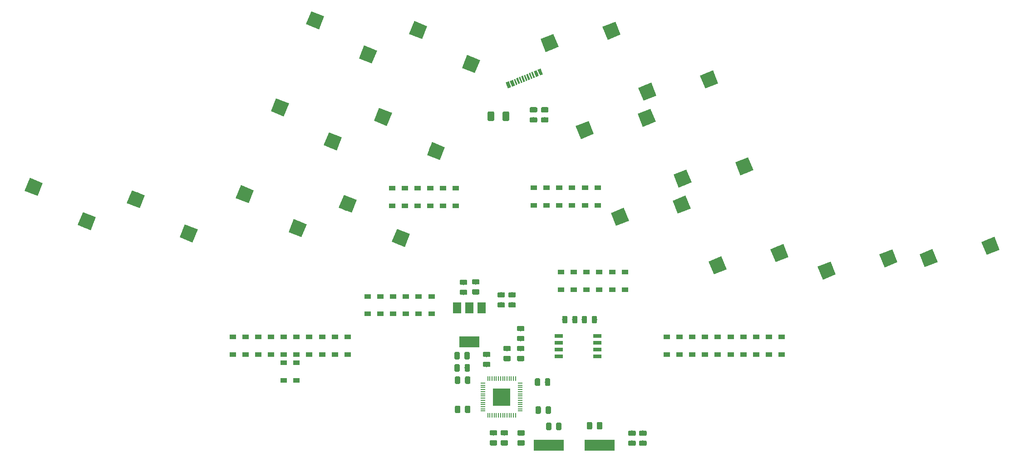
<source format=gbr>
G04 #@! TF.GenerationSoftware,KiCad,Pcbnew,(5.1.4)-1*
G04 #@! TF.CreationDate,2024-04-24T20:55:01-04:00*
G04 #@! TF.ProjectId,ThumbsUp,5468756d-6273-4557-902e-6b696361645f,rev?*
G04 #@! TF.SameCoordinates,Original*
G04 #@! TF.FileFunction,Paste,Bot*
G04 #@! TF.FilePolarity,Positive*
%FSLAX46Y46*%
G04 Gerber Fmt 4.6, Leading zero omitted, Abs format (unit mm)*
G04 Created by KiCad (PCBNEW (5.1.4)-1) date 2024-04-24 20:55:01*
%MOMM*%
%LPD*%
G04 APERTURE LIST*
%ADD10C,2.600000*%
%ADD11C,0.100000*%
%ADD12R,1.200000X0.900000*%
%ADD13C,0.975000*%
%ADD14C,0.600000*%
%ADD15C,0.300000*%
%ADD16R,3.200000X3.200000*%
%ADD17R,0.200000X0.850000*%
%ADD18R,0.850000X0.200000*%
%ADD19R,5.600000X2.100000*%
%ADD20R,1.650000X0.650000*%
%ADD21R,1.500000X2.000000*%
%ADD22R,3.800000X2.000000*%
%ADD23C,1.250000*%
G04 APERTURE END LIST*
D10*
X238186938Y-189323428D03*
D11*
G36*
X237468588Y-191015756D02*
G01*
X236494610Y-188605078D01*
X238905288Y-187631100D01*
X239879266Y-190041778D01*
X237468588Y-191015756D01*
X237468588Y-191015756D01*
G37*
D10*
X226653830Y-191610330D03*
D11*
G36*
X225935480Y-193302658D02*
G01*
X224961502Y-190891980D01*
X227372180Y-189918002D01*
X228346158Y-192328680D01*
X225935480Y-193302658D01*
X225935480Y-193302658D01*
G37*
D10*
X219161004Y-191617731D03*
D11*
G36*
X218442654Y-193310059D02*
G01*
X217468676Y-190899381D01*
X219879354Y-189925403D01*
X220853332Y-192336081D01*
X218442654Y-193310059D01*
X218442654Y-193310059D01*
G37*
D10*
X207627896Y-193904633D03*
D11*
G36*
X206909546Y-195596961D02*
G01*
X205935568Y-193186283D01*
X208346246Y-192212305D01*
X209320224Y-194622983D01*
X206909546Y-195596961D01*
X206909546Y-195596961D01*
G37*
D10*
X198823946Y-190666890D03*
D11*
G36*
X198105596Y-192359218D02*
G01*
X197131618Y-189948540D01*
X199542296Y-188974562D01*
X200516274Y-191385240D01*
X198105596Y-192359218D01*
X198105596Y-192359218D01*
G37*
D10*
X187290838Y-192953792D03*
D11*
G36*
X186572488Y-194646120D02*
G01*
X185598510Y-192235442D01*
X188009188Y-191261464D01*
X188983166Y-193672142D01*
X186572488Y-194646120D01*
X186572488Y-194646120D01*
G37*
D10*
X192268331Y-174441172D03*
D11*
G36*
X191549981Y-176133500D02*
G01*
X190576003Y-173722822D01*
X192986681Y-172748844D01*
X193960659Y-175159522D01*
X191549981Y-176133500D01*
X191549981Y-176133500D01*
G37*
D10*
X180735223Y-176728074D03*
D11*
G36*
X180016873Y-178420402D02*
G01*
X179042895Y-176009724D01*
X181453573Y-175035746D01*
X182427551Y-177446424D01*
X180016873Y-178420402D01*
X180016873Y-178420402D01*
G37*
D10*
X185712716Y-158215455D03*
D11*
G36*
X184994366Y-159907783D02*
G01*
X184020388Y-157497105D01*
X186431066Y-156523127D01*
X187405044Y-158933805D01*
X184994366Y-159907783D01*
X184994366Y-159907783D01*
G37*
D10*
X174179608Y-160502357D03*
D11*
G36*
X173461258Y-162194685D02*
G01*
X172487280Y-159784007D01*
X174897958Y-158810029D01*
X175871936Y-161220707D01*
X173461258Y-162194685D01*
X173461258Y-162194685D01*
G37*
D10*
X169066353Y-183885746D03*
D11*
G36*
X169784703Y-182193418D02*
G01*
X170758681Y-184604096D01*
X168348003Y-185578074D01*
X167374025Y-183167396D01*
X169784703Y-182193418D01*
X169784703Y-182193418D01*
G37*
D10*
X180599461Y-181598844D03*
D11*
G36*
X181317811Y-179906516D02*
G01*
X182291789Y-182317194D01*
X179881111Y-183291172D01*
X178907133Y-180880494D01*
X181317811Y-179906516D01*
X181317811Y-179906516D01*
G37*
D10*
X162510738Y-167660029D03*
D11*
G36*
X163229088Y-165967701D02*
G01*
X164203066Y-168378379D01*
X161792388Y-169352357D01*
X160818410Y-166941679D01*
X163229088Y-165967701D01*
X163229088Y-165967701D01*
G37*
D10*
X174043846Y-165373127D03*
D11*
G36*
X174762196Y-163680799D02*
G01*
X175736174Y-166091477D01*
X173325496Y-167065455D01*
X172351518Y-164654777D01*
X174762196Y-163680799D01*
X174762196Y-163680799D01*
G37*
D10*
X155955123Y-151434311D03*
D11*
G36*
X156673473Y-149741983D02*
G01*
X157647451Y-152152661D01*
X155236773Y-153126639D01*
X154262795Y-150715961D01*
X156673473Y-149741983D01*
X156673473Y-149741983D01*
G37*
D10*
X167488231Y-149147409D03*
D11*
G36*
X168206581Y-147455081D02*
G01*
X169180559Y-149865759D01*
X166769881Y-150839737D01*
X165795903Y-148429059D01*
X168206581Y-147455081D01*
X168206581Y-147455081D01*
G37*
D10*
X118313095Y-181455498D03*
D11*
G36*
X120005423Y-180737148D02*
G01*
X119031445Y-183147826D01*
X116620767Y-182173848D01*
X117594745Y-179763170D01*
X120005423Y-180737148D01*
X120005423Y-180737148D01*
G37*
D10*
X128197934Y-187822009D03*
D11*
G36*
X129890262Y-187103659D02*
G01*
X128916284Y-189514337D01*
X126505606Y-188540359D01*
X127479584Y-186129681D01*
X129890262Y-187103659D01*
X129890262Y-187103659D01*
G37*
D10*
X124868710Y-165229781D03*
D11*
G36*
X126561038Y-164511431D02*
G01*
X125587060Y-166922109D01*
X123176382Y-165948131D01*
X124150360Y-163537453D01*
X126561038Y-164511431D01*
X126561038Y-164511431D01*
G37*
D10*
X134753549Y-171596292D03*
D11*
G36*
X136445877Y-170877942D02*
G01*
X135471899Y-173288620D01*
X133061221Y-172314642D01*
X134035199Y-169903964D01*
X136445877Y-170877942D01*
X136445877Y-170877942D01*
G37*
D10*
X131424326Y-149004063D03*
D11*
G36*
X133116654Y-148285713D02*
G01*
X132142676Y-150696391D01*
X129731998Y-149722413D01*
X130705976Y-147311735D01*
X133116654Y-148285713D01*
X133116654Y-148285713D01*
G37*
D10*
X141309165Y-155370574D03*
D11*
G36*
X143001493Y-154652224D02*
G01*
X142027515Y-157062902D01*
X139616837Y-156088924D01*
X140590815Y-153678246D01*
X143001493Y-154652224D01*
X143001493Y-154652224D01*
G37*
D10*
X99086374Y-179656828D03*
D11*
G36*
X100778702Y-178938478D02*
G01*
X99804724Y-181349156D01*
X97394046Y-180375178D01*
X98368024Y-177964500D01*
X100778702Y-178938478D01*
X100778702Y-178938478D01*
G37*
D10*
X108971213Y-186023339D03*
D11*
G36*
X110663541Y-185304989D02*
G01*
X109689563Y-187715667D01*
X107278885Y-186741689D01*
X108252863Y-184331011D01*
X110663541Y-185304989D01*
X110663541Y-185304989D01*
G37*
D10*
X105641989Y-163431110D03*
D11*
G36*
X107334317Y-162712760D02*
G01*
X106360339Y-165123438D01*
X103949661Y-164149460D01*
X104923639Y-161738782D01*
X107334317Y-162712760D01*
X107334317Y-162712760D01*
G37*
D10*
X115526828Y-169797621D03*
D11*
G36*
X117219156Y-169079271D02*
G01*
X116245178Y-171489949D01*
X113834500Y-170515971D01*
X114808478Y-168105293D01*
X117219156Y-169079271D01*
X117219156Y-169079271D01*
G37*
D10*
X112197605Y-147205393D03*
D11*
G36*
X113889933Y-146487043D02*
G01*
X112915955Y-148897721D01*
X110505277Y-147923743D01*
X111479255Y-145513065D01*
X113889933Y-146487043D01*
X113889933Y-146487043D01*
G37*
D10*
X122082444Y-153571904D03*
D11*
G36*
X123774772Y-152853554D02*
G01*
X122800794Y-155264232D01*
X120390116Y-154290254D01*
X121364094Y-151879576D01*
X123774772Y-152853554D01*
X123774772Y-152853554D01*
G37*
D10*
X78749316Y-180607669D03*
D11*
G36*
X80441644Y-179889319D02*
G01*
X79467666Y-182299997D01*
X77056988Y-181326019D01*
X78030966Y-178915341D01*
X80441644Y-179889319D01*
X80441644Y-179889319D01*
G37*
D10*
X88634155Y-186974180D03*
D11*
G36*
X90326483Y-186255830D02*
G01*
X89352505Y-188666508D01*
X86941827Y-187692530D01*
X87915805Y-185281852D01*
X90326483Y-186255830D01*
X90326483Y-186255830D01*
G37*
D10*
X59723382Y-178313366D03*
D11*
G36*
X61415710Y-177595016D02*
G01*
X60441732Y-180005694D01*
X58031054Y-179031716D01*
X59005032Y-176621038D01*
X61415710Y-177595016D01*
X61415710Y-177595016D01*
G37*
D10*
X69608221Y-184679877D03*
D11*
G36*
X71300549Y-183961527D02*
G01*
X70326571Y-186372205D01*
X67915893Y-185398227D01*
X68889871Y-182987549D01*
X71300549Y-183961527D01*
X71300549Y-183961527D01*
G37*
D12*
X106350000Y-214450000D03*
X106350000Y-211150000D03*
X108750000Y-214450000D03*
X108750000Y-211150000D03*
D11*
G36*
X155530142Y-163413674D02*
G01*
X155553803Y-163417184D01*
X155577007Y-163422996D01*
X155599529Y-163431054D01*
X155621153Y-163441282D01*
X155641670Y-163453579D01*
X155660883Y-163467829D01*
X155678607Y-163483893D01*
X155694671Y-163501617D01*
X155708921Y-163520830D01*
X155721218Y-163541347D01*
X155731446Y-163562971D01*
X155739504Y-163585493D01*
X155745316Y-163608697D01*
X155748826Y-163632358D01*
X155750000Y-163656250D01*
X155750000Y-164143750D01*
X155748826Y-164167642D01*
X155745316Y-164191303D01*
X155739504Y-164214507D01*
X155731446Y-164237029D01*
X155721218Y-164258653D01*
X155708921Y-164279170D01*
X155694671Y-164298383D01*
X155678607Y-164316107D01*
X155660883Y-164332171D01*
X155641670Y-164346421D01*
X155621153Y-164358718D01*
X155599529Y-164368946D01*
X155577007Y-164377004D01*
X155553803Y-164382816D01*
X155530142Y-164386326D01*
X155506250Y-164387500D01*
X154593750Y-164387500D01*
X154569858Y-164386326D01*
X154546197Y-164382816D01*
X154522993Y-164377004D01*
X154500471Y-164368946D01*
X154478847Y-164358718D01*
X154458330Y-164346421D01*
X154439117Y-164332171D01*
X154421393Y-164316107D01*
X154405329Y-164298383D01*
X154391079Y-164279170D01*
X154378782Y-164258653D01*
X154368554Y-164237029D01*
X154360496Y-164214507D01*
X154354684Y-164191303D01*
X154351174Y-164167642D01*
X154350000Y-164143750D01*
X154350000Y-163656250D01*
X154351174Y-163632358D01*
X154354684Y-163608697D01*
X154360496Y-163585493D01*
X154368554Y-163562971D01*
X154378782Y-163541347D01*
X154391079Y-163520830D01*
X154405329Y-163501617D01*
X154421393Y-163483893D01*
X154439117Y-163467829D01*
X154458330Y-163453579D01*
X154478847Y-163441282D01*
X154500471Y-163431054D01*
X154522993Y-163422996D01*
X154546197Y-163417184D01*
X154569858Y-163413674D01*
X154593750Y-163412500D01*
X155506250Y-163412500D01*
X155530142Y-163413674D01*
X155530142Y-163413674D01*
G37*
D13*
X155050000Y-163900000D03*
D11*
G36*
X155530142Y-165288674D02*
G01*
X155553803Y-165292184D01*
X155577007Y-165297996D01*
X155599529Y-165306054D01*
X155621153Y-165316282D01*
X155641670Y-165328579D01*
X155660883Y-165342829D01*
X155678607Y-165358893D01*
X155694671Y-165376617D01*
X155708921Y-165395830D01*
X155721218Y-165416347D01*
X155731446Y-165437971D01*
X155739504Y-165460493D01*
X155745316Y-165483697D01*
X155748826Y-165507358D01*
X155750000Y-165531250D01*
X155750000Y-166018750D01*
X155748826Y-166042642D01*
X155745316Y-166066303D01*
X155739504Y-166089507D01*
X155731446Y-166112029D01*
X155721218Y-166133653D01*
X155708921Y-166154170D01*
X155694671Y-166173383D01*
X155678607Y-166191107D01*
X155660883Y-166207171D01*
X155641670Y-166221421D01*
X155621153Y-166233718D01*
X155599529Y-166243946D01*
X155577007Y-166252004D01*
X155553803Y-166257816D01*
X155530142Y-166261326D01*
X155506250Y-166262500D01*
X154593750Y-166262500D01*
X154569858Y-166261326D01*
X154546197Y-166257816D01*
X154522993Y-166252004D01*
X154500471Y-166243946D01*
X154478847Y-166233718D01*
X154458330Y-166221421D01*
X154439117Y-166207171D01*
X154421393Y-166191107D01*
X154405329Y-166173383D01*
X154391079Y-166154170D01*
X154378782Y-166133653D01*
X154368554Y-166112029D01*
X154360496Y-166089507D01*
X154354684Y-166066303D01*
X154351174Y-166042642D01*
X154350000Y-166018750D01*
X154350000Y-165531250D01*
X154351174Y-165507358D01*
X154354684Y-165483697D01*
X154360496Y-165460493D01*
X154368554Y-165437971D01*
X154378782Y-165416347D01*
X154391079Y-165395830D01*
X154405329Y-165376617D01*
X154421393Y-165358893D01*
X154439117Y-165342829D01*
X154458330Y-165328579D01*
X154478847Y-165316282D01*
X154500471Y-165306054D01*
X154522993Y-165297996D01*
X154546197Y-165292184D01*
X154569858Y-165288674D01*
X154593750Y-165287500D01*
X155506250Y-165287500D01*
X155530142Y-165288674D01*
X155530142Y-165288674D01*
G37*
D13*
X155050000Y-165775000D03*
D11*
G36*
X153430142Y-165288674D02*
G01*
X153453803Y-165292184D01*
X153477007Y-165297996D01*
X153499529Y-165306054D01*
X153521153Y-165316282D01*
X153541670Y-165328579D01*
X153560883Y-165342829D01*
X153578607Y-165358893D01*
X153594671Y-165376617D01*
X153608921Y-165395830D01*
X153621218Y-165416347D01*
X153631446Y-165437971D01*
X153639504Y-165460493D01*
X153645316Y-165483697D01*
X153648826Y-165507358D01*
X153650000Y-165531250D01*
X153650000Y-166018750D01*
X153648826Y-166042642D01*
X153645316Y-166066303D01*
X153639504Y-166089507D01*
X153631446Y-166112029D01*
X153621218Y-166133653D01*
X153608921Y-166154170D01*
X153594671Y-166173383D01*
X153578607Y-166191107D01*
X153560883Y-166207171D01*
X153541670Y-166221421D01*
X153521153Y-166233718D01*
X153499529Y-166243946D01*
X153477007Y-166252004D01*
X153453803Y-166257816D01*
X153430142Y-166261326D01*
X153406250Y-166262500D01*
X152493750Y-166262500D01*
X152469858Y-166261326D01*
X152446197Y-166257816D01*
X152422993Y-166252004D01*
X152400471Y-166243946D01*
X152378847Y-166233718D01*
X152358330Y-166221421D01*
X152339117Y-166207171D01*
X152321393Y-166191107D01*
X152305329Y-166173383D01*
X152291079Y-166154170D01*
X152278782Y-166133653D01*
X152268554Y-166112029D01*
X152260496Y-166089507D01*
X152254684Y-166066303D01*
X152251174Y-166042642D01*
X152250000Y-166018750D01*
X152250000Y-165531250D01*
X152251174Y-165507358D01*
X152254684Y-165483697D01*
X152260496Y-165460493D01*
X152268554Y-165437971D01*
X152278782Y-165416347D01*
X152291079Y-165395830D01*
X152305329Y-165376617D01*
X152321393Y-165358893D01*
X152339117Y-165342829D01*
X152358330Y-165328579D01*
X152378847Y-165316282D01*
X152400471Y-165306054D01*
X152422993Y-165297996D01*
X152446197Y-165292184D01*
X152469858Y-165288674D01*
X152493750Y-165287500D01*
X153406250Y-165287500D01*
X153430142Y-165288674D01*
X153430142Y-165288674D01*
G37*
D13*
X152950000Y-165775000D03*
D11*
G36*
X153430142Y-163413674D02*
G01*
X153453803Y-163417184D01*
X153477007Y-163422996D01*
X153499529Y-163431054D01*
X153521153Y-163441282D01*
X153541670Y-163453579D01*
X153560883Y-163467829D01*
X153578607Y-163483893D01*
X153594671Y-163501617D01*
X153608921Y-163520830D01*
X153621218Y-163541347D01*
X153631446Y-163562971D01*
X153639504Y-163585493D01*
X153645316Y-163608697D01*
X153648826Y-163632358D01*
X153650000Y-163656250D01*
X153650000Y-164143750D01*
X153648826Y-164167642D01*
X153645316Y-164191303D01*
X153639504Y-164214507D01*
X153631446Y-164237029D01*
X153621218Y-164258653D01*
X153608921Y-164279170D01*
X153594671Y-164298383D01*
X153578607Y-164316107D01*
X153560883Y-164332171D01*
X153541670Y-164346421D01*
X153521153Y-164358718D01*
X153499529Y-164368946D01*
X153477007Y-164377004D01*
X153453803Y-164382816D01*
X153430142Y-164386326D01*
X153406250Y-164387500D01*
X152493750Y-164387500D01*
X152469858Y-164386326D01*
X152446197Y-164382816D01*
X152422993Y-164377004D01*
X152400471Y-164368946D01*
X152378847Y-164358718D01*
X152358330Y-164346421D01*
X152339117Y-164332171D01*
X152321393Y-164316107D01*
X152305329Y-164298383D01*
X152291079Y-164279170D01*
X152278782Y-164258653D01*
X152268554Y-164237029D01*
X152260496Y-164214507D01*
X152254684Y-164191303D01*
X152251174Y-164167642D01*
X152250000Y-164143750D01*
X152250000Y-163656250D01*
X152251174Y-163632358D01*
X152254684Y-163608697D01*
X152260496Y-163585493D01*
X152268554Y-163562971D01*
X152278782Y-163541347D01*
X152291079Y-163520830D01*
X152305329Y-163501617D01*
X152321393Y-163483893D01*
X152339117Y-163467829D01*
X152358330Y-163453579D01*
X152378847Y-163441282D01*
X152400471Y-163431054D01*
X152422993Y-163422996D01*
X152446197Y-163417184D01*
X152469858Y-163413674D01*
X152493750Y-163412500D01*
X153406250Y-163412500D01*
X153430142Y-163413674D01*
X153430142Y-163413674D01*
G37*
D13*
X152950000Y-163900000D03*
D14*
X154207251Y-156838490D03*
D11*
G36*
X154146368Y-157488639D02*
G01*
X153711824Y-156413105D01*
X154268134Y-156188341D01*
X154702678Y-157263875D01*
X154146368Y-157488639D01*
X154146368Y-157488639D01*
G37*
D14*
X153465504Y-157138176D03*
D11*
G36*
X153404621Y-157788325D02*
G01*
X152970077Y-156712791D01*
X153526387Y-156488027D01*
X153960931Y-157563561D01*
X153404621Y-157788325D01*
X153404621Y-157788325D01*
G37*
D14*
X154207251Y-156838490D03*
D11*
G36*
X154146368Y-157488639D02*
G01*
X153711824Y-156413105D01*
X154268134Y-156188341D01*
X154702678Y-157263875D01*
X154146368Y-157488639D01*
X154146368Y-157488639D01*
G37*
D14*
X153465504Y-157138176D03*
D11*
G36*
X153404621Y-157788325D02*
G01*
X152970077Y-156712791D01*
X153526387Y-156488027D01*
X153960931Y-157563561D01*
X153404621Y-157788325D01*
X153404621Y-157788325D01*
G37*
D14*
X148273274Y-159235973D03*
D11*
G36*
X148212391Y-159886122D02*
G01*
X147777847Y-158810588D01*
X148334157Y-158585824D01*
X148768701Y-159661358D01*
X148212391Y-159886122D01*
X148212391Y-159886122D01*
G37*
D14*
X148273274Y-159235973D03*
D11*
G36*
X148212391Y-159886122D02*
G01*
X147777847Y-158810588D01*
X148334157Y-158585824D01*
X148768701Y-159661358D01*
X148212391Y-159886122D01*
X148212391Y-159886122D01*
G37*
D14*
X149015021Y-158936287D03*
D11*
G36*
X148954138Y-159586436D02*
G01*
X148519594Y-158510902D01*
X149075904Y-158286138D01*
X149510448Y-159361672D01*
X148954138Y-159586436D01*
X148954138Y-159586436D01*
G37*
D14*
X149015021Y-158936287D03*
D11*
G36*
X148954138Y-159586436D02*
G01*
X148519594Y-158510902D01*
X149075904Y-158286138D01*
X149510448Y-159361672D01*
X148954138Y-159586436D01*
X148954138Y-159586436D01*
G37*
D15*
X152862834Y-157381670D03*
D11*
G36*
X152784640Y-156787712D02*
G01*
X153219183Y-157863246D01*
X152941028Y-157975628D01*
X152506485Y-156900094D01*
X152784640Y-156787712D01*
X152784640Y-156787712D01*
G37*
D15*
X151935650Y-157756277D03*
D11*
G36*
X151857456Y-157162319D02*
G01*
X152291999Y-158237853D01*
X152013844Y-158350235D01*
X151579301Y-157274701D01*
X151857456Y-157162319D01*
X151857456Y-157162319D01*
G37*
D15*
X152399242Y-157568973D03*
D11*
G36*
X152321048Y-156975015D02*
G01*
X152755591Y-158050549D01*
X152477436Y-158162931D01*
X152042893Y-157087397D01*
X152321048Y-156975015D01*
X152321048Y-156975015D01*
G37*
D15*
X150081283Y-158505490D03*
D11*
G36*
X150003089Y-157911532D02*
G01*
X150437632Y-158987066D01*
X150159477Y-159099448D01*
X149724934Y-158023914D01*
X150003089Y-157911532D01*
X150003089Y-157911532D01*
G37*
D15*
X149617691Y-158692793D03*
D11*
G36*
X149539497Y-158098835D02*
G01*
X149974040Y-159174369D01*
X149695885Y-159286751D01*
X149261342Y-158211217D01*
X149539497Y-158098835D01*
X149539497Y-158098835D01*
G37*
D15*
X151472059Y-157943580D03*
D11*
G36*
X151393865Y-157349622D02*
G01*
X151828408Y-158425156D01*
X151550253Y-158537538D01*
X151115710Y-157462004D01*
X151393865Y-157349622D01*
X151393865Y-157349622D01*
G37*
D15*
X151008467Y-158130883D03*
D11*
G36*
X150930273Y-157536925D02*
G01*
X151364816Y-158612459D01*
X151086661Y-158724841D01*
X150652118Y-157649307D01*
X150930273Y-157536925D01*
X150930273Y-157536925D01*
G37*
D15*
X150544875Y-158318186D03*
D11*
G36*
X150466681Y-157724228D02*
G01*
X150901224Y-158799762D01*
X150623069Y-158912144D01*
X150188526Y-157836610D01*
X150466681Y-157724228D01*
X150466681Y-157724228D01*
G37*
D16*
X147008000Y-217540000D03*
D17*
X149608000Y-214090000D03*
X149208000Y-214090000D03*
X148808000Y-214090000D03*
X148408000Y-214090000D03*
X148008000Y-214090000D03*
X147608000Y-214090000D03*
X147208000Y-214090000D03*
X146808000Y-214090000D03*
X146408000Y-214090000D03*
X146008000Y-214090000D03*
X145608000Y-214090000D03*
X145208000Y-214090000D03*
X144808000Y-214090000D03*
X144408000Y-214090000D03*
D18*
X143558000Y-214940000D03*
X143558000Y-215340000D03*
X143558000Y-215740000D03*
X143558000Y-216140000D03*
X143558000Y-216540000D03*
X143558000Y-216940000D03*
X143558000Y-217340000D03*
X143558000Y-217740000D03*
X143558000Y-218140000D03*
X143558000Y-218540000D03*
X143558000Y-218940000D03*
X143558000Y-219340000D03*
X143558000Y-219740000D03*
X143558000Y-220140000D03*
D17*
X144408000Y-220990000D03*
X144808000Y-220990000D03*
X145208000Y-220990000D03*
X145608000Y-220990000D03*
X146008000Y-220990000D03*
X146408000Y-220990000D03*
X146808000Y-220990000D03*
X147208000Y-220990000D03*
X147608000Y-220990000D03*
X148008000Y-220990000D03*
X148408000Y-220990000D03*
X148808000Y-220990000D03*
X149208000Y-220990000D03*
X149608000Y-220990000D03*
D18*
X150458000Y-220140000D03*
X150458000Y-219740000D03*
X150458000Y-219340000D03*
X150458000Y-218940000D03*
X150458000Y-218540000D03*
X150458000Y-218140000D03*
X150458000Y-217740000D03*
X150458000Y-217340000D03*
X150458000Y-216940000D03*
X150458000Y-216540000D03*
X150458000Y-216140000D03*
X150458000Y-215740000D03*
X150458000Y-215340000D03*
X150458000Y-214940000D03*
D12*
X177800000Y-206312500D03*
X177800000Y-209612500D03*
D19*
X165278000Y-226568000D03*
X155778000Y-226568000D03*
D11*
G36*
X162700642Y-202374174D02*
G01*
X162724303Y-202377684D01*
X162747507Y-202383496D01*
X162770029Y-202391554D01*
X162791653Y-202401782D01*
X162812170Y-202414079D01*
X162831383Y-202428329D01*
X162849107Y-202444393D01*
X162865171Y-202462117D01*
X162879421Y-202481330D01*
X162891718Y-202501847D01*
X162901946Y-202523471D01*
X162910004Y-202545993D01*
X162915816Y-202569197D01*
X162919326Y-202592858D01*
X162920500Y-202616750D01*
X162920500Y-203529250D01*
X162919326Y-203553142D01*
X162915816Y-203576803D01*
X162910004Y-203600007D01*
X162901946Y-203622529D01*
X162891718Y-203644153D01*
X162879421Y-203664670D01*
X162865171Y-203683883D01*
X162849107Y-203701607D01*
X162831383Y-203717671D01*
X162812170Y-203731921D01*
X162791653Y-203744218D01*
X162770029Y-203754446D01*
X162747507Y-203762504D01*
X162724303Y-203768316D01*
X162700642Y-203771826D01*
X162676750Y-203773000D01*
X162189250Y-203773000D01*
X162165358Y-203771826D01*
X162141697Y-203768316D01*
X162118493Y-203762504D01*
X162095971Y-203754446D01*
X162074347Y-203744218D01*
X162053830Y-203731921D01*
X162034617Y-203717671D01*
X162016893Y-203701607D01*
X162000829Y-203683883D01*
X161986579Y-203664670D01*
X161974282Y-203644153D01*
X161964054Y-203622529D01*
X161955996Y-203600007D01*
X161950184Y-203576803D01*
X161946674Y-203553142D01*
X161945500Y-203529250D01*
X161945500Y-202616750D01*
X161946674Y-202592858D01*
X161950184Y-202569197D01*
X161955996Y-202545993D01*
X161964054Y-202523471D01*
X161974282Y-202501847D01*
X161986579Y-202481330D01*
X162000829Y-202462117D01*
X162016893Y-202444393D01*
X162034617Y-202428329D01*
X162053830Y-202414079D01*
X162074347Y-202401782D01*
X162095971Y-202391554D01*
X162118493Y-202383496D01*
X162141697Y-202377684D01*
X162165358Y-202374174D01*
X162189250Y-202373000D01*
X162676750Y-202373000D01*
X162700642Y-202374174D01*
X162700642Y-202374174D01*
G37*
D13*
X162433000Y-203073000D03*
D11*
G36*
X164575642Y-202374174D02*
G01*
X164599303Y-202377684D01*
X164622507Y-202383496D01*
X164645029Y-202391554D01*
X164666653Y-202401782D01*
X164687170Y-202414079D01*
X164706383Y-202428329D01*
X164724107Y-202444393D01*
X164740171Y-202462117D01*
X164754421Y-202481330D01*
X164766718Y-202501847D01*
X164776946Y-202523471D01*
X164785004Y-202545993D01*
X164790816Y-202569197D01*
X164794326Y-202592858D01*
X164795500Y-202616750D01*
X164795500Y-203529250D01*
X164794326Y-203553142D01*
X164790816Y-203576803D01*
X164785004Y-203600007D01*
X164776946Y-203622529D01*
X164766718Y-203644153D01*
X164754421Y-203664670D01*
X164740171Y-203683883D01*
X164724107Y-203701607D01*
X164706383Y-203717671D01*
X164687170Y-203731921D01*
X164666653Y-203744218D01*
X164645029Y-203754446D01*
X164622507Y-203762504D01*
X164599303Y-203768316D01*
X164575642Y-203771826D01*
X164551750Y-203773000D01*
X164064250Y-203773000D01*
X164040358Y-203771826D01*
X164016697Y-203768316D01*
X163993493Y-203762504D01*
X163970971Y-203754446D01*
X163949347Y-203744218D01*
X163928830Y-203731921D01*
X163909617Y-203717671D01*
X163891893Y-203701607D01*
X163875829Y-203683883D01*
X163861579Y-203664670D01*
X163849282Y-203644153D01*
X163839054Y-203622529D01*
X163830996Y-203600007D01*
X163825184Y-203576803D01*
X163821674Y-203553142D01*
X163820500Y-203529250D01*
X163820500Y-202616750D01*
X163821674Y-202592858D01*
X163825184Y-202569197D01*
X163830996Y-202545993D01*
X163839054Y-202523471D01*
X163849282Y-202501847D01*
X163861579Y-202481330D01*
X163875829Y-202462117D01*
X163891893Y-202444393D01*
X163909617Y-202428329D01*
X163928830Y-202414079D01*
X163949347Y-202401782D01*
X163970971Y-202391554D01*
X163993493Y-202383496D01*
X164016697Y-202377684D01*
X164040358Y-202374174D01*
X164064250Y-202373000D01*
X164551750Y-202373000D01*
X164575642Y-202374174D01*
X164575642Y-202374174D01*
G37*
D13*
X164308000Y-203073000D03*
D20*
X157676000Y-206110000D03*
X157676000Y-207380000D03*
X157676000Y-208650000D03*
X157676000Y-209920000D03*
X164876000Y-209920000D03*
X164876000Y-208650000D03*
X164876000Y-207380000D03*
X164876000Y-206110000D03*
D11*
G36*
X142662142Y-195542174D02*
G01*
X142685803Y-195545684D01*
X142709007Y-195551496D01*
X142731529Y-195559554D01*
X142753153Y-195569782D01*
X142773670Y-195582079D01*
X142792883Y-195596329D01*
X142810607Y-195612393D01*
X142826671Y-195630117D01*
X142840921Y-195649330D01*
X142853218Y-195669847D01*
X142863446Y-195691471D01*
X142871504Y-195713993D01*
X142877316Y-195737197D01*
X142880826Y-195760858D01*
X142882000Y-195784750D01*
X142882000Y-196272250D01*
X142880826Y-196296142D01*
X142877316Y-196319803D01*
X142871504Y-196343007D01*
X142863446Y-196365529D01*
X142853218Y-196387153D01*
X142840921Y-196407670D01*
X142826671Y-196426883D01*
X142810607Y-196444607D01*
X142792883Y-196460671D01*
X142773670Y-196474921D01*
X142753153Y-196487218D01*
X142731529Y-196497446D01*
X142709007Y-196505504D01*
X142685803Y-196511316D01*
X142662142Y-196514826D01*
X142638250Y-196516000D01*
X141725750Y-196516000D01*
X141701858Y-196514826D01*
X141678197Y-196511316D01*
X141654993Y-196505504D01*
X141632471Y-196497446D01*
X141610847Y-196487218D01*
X141590330Y-196474921D01*
X141571117Y-196460671D01*
X141553393Y-196444607D01*
X141537329Y-196426883D01*
X141523079Y-196407670D01*
X141510782Y-196387153D01*
X141500554Y-196365529D01*
X141492496Y-196343007D01*
X141486684Y-196319803D01*
X141483174Y-196296142D01*
X141482000Y-196272250D01*
X141482000Y-195784750D01*
X141483174Y-195760858D01*
X141486684Y-195737197D01*
X141492496Y-195713993D01*
X141500554Y-195691471D01*
X141510782Y-195669847D01*
X141523079Y-195649330D01*
X141537329Y-195630117D01*
X141553393Y-195612393D01*
X141571117Y-195596329D01*
X141590330Y-195582079D01*
X141610847Y-195569782D01*
X141632471Y-195559554D01*
X141654993Y-195551496D01*
X141678197Y-195545684D01*
X141701858Y-195542174D01*
X141725750Y-195541000D01*
X142638250Y-195541000D01*
X142662142Y-195542174D01*
X142662142Y-195542174D01*
G37*
D13*
X142182000Y-196028500D03*
D11*
G36*
X142662142Y-197417174D02*
G01*
X142685803Y-197420684D01*
X142709007Y-197426496D01*
X142731529Y-197434554D01*
X142753153Y-197444782D01*
X142773670Y-197457079D01*
X142792883Y-197471329D01*
X142810607Y-197487393D01*
X142826671Y-197505117D01*
X142840921Y-197524330D01*
X142853218Y-197544847D01*
X142863446Y-197566471D01*
X142871504Y-197588993D01*
X142877316Y-197612197D01*
X142880826Y-197635858D01*
X142882000Y-197659750D01*
X142882000Y-198147250D01*
X142880826Y-198171142D01*
X142877316Y-198194803D01*
X142871504Y-198218007D01*
X142863446Y-198240529D01*
X142853218Y-198262153D01*
X142840921Y-198282670D01*
X142826671Y-198301883D01*
X142810607Y-198319607D01*
X142792883Y-198335671D01*
X142773670Y-198349921D01*
X142753153Y-198362218D01*
X142731529Y-198372446D01*
X142709007Y-198380504D01*
X142685803Y-198386316D01*
X142662142Y-198389826D01*
X142638250Y-198391000D01*
X141725750Y-198391000D01*
X141701858Y-198389826D01*
X141678197Y-198386316D01*
X141654993Y-198380504D01*
X141632471Y-198372446D01*
X141610847Y-198362218D01*
X141590330Y-198349921D01*
X141571117Y-198335671D01*
X141553393Y-198319607D01*
X141537329Y-198301883D01*
X141523079Y-198282670D01*
X141510782Y-198262153D01*
X141500554Y-198240529D01*
X141492496Y-198218007D01*
X141486684Y-198194803D01*
X141483174Y-198171142D01*
X141482000Y-198147250D01*
X141482000Y-197659750D01*
X141483174Y-197635858D01*
X141486684Y-197612197D01*
X141492496Y-197588993D01*
X141500554Y-197566471D01*
X141510782Y-197544847D01*
X141523079Y-197524330D01*
X141537329Y-197505117D01*
X141553393Y-197487393D01*
X141571117Y-197471329D01*
X141590330Y-197457079D01*
X141610847Y-197444782D01*
X141632471Y-197434554D01*
X141654993Y-197426496D01*
X141678197Y-197420684D01*
X141701858Y-197417174D01*
X141725750Y-197416000D01*
X142638250Y-197416000D01*
X142662142Y-197417174D01*
X142662142Y-197417174D01*
G37*
D13*
X142182000Y-197903500D03*
D11*
G36*
X155969642Y-219265174D02*
G01*
X155993303Y-219268684D01*
X156016507Y-219274496D01*
X156039029Y-219282554D01*
X156060653Y-219292782D01*
X156081170Y-219305079D01*
X156100383Y-219319329D01*
X156118107Y-219335393D01*
X156134171Y-219353117D01*
X156148421Y-219372330D01*
X156160718Y-219392847D01*
X156170946Y-219414471D01*
X156179004Y-219436993D01*
X156184816Y-219460197D01*
X156188326Y-219483858D01*
X156189500Y-219507750D01*
X156189500Y-220420250D01*
X156188326Y-220444142D01*
X156184816Y-220467803D01*
X156179004Y-220491007D01*
X156170946Y-220513529D01*
X156160718Y-220535153D01*
X156148421Y-220555670D01*
X156134171Y-220574883D01*
X156118107Y-220592607D01*
X156100383Y-220608671D01*
X156081170Y-220622921D01*
X156060653Y-220635218D01*
X156039029Y-220645446D01*
X156016507Y-220653504D01*
X155993303Y-220659316D01*
X155969642Y-220662826D01*
X155945750Y-220664000D01*
X155458250Y-220664000D01*
X155434358Y-220662826D01*
X155410697Y-220659316D01*
X155387493Y-220653504D01*
X155364971Y-220645446D01*
X155343347Y-220635218D01*
X155322830Y-220622921D01*
X155303617Y-220608671D01*
X155285893Y-220592607D01*
X155269829Y-220574883D01*
X155255579Y-220555670D01*
X155243282Y-220535153D01*
X155233054Y-220513529D01*
X155224996Y-220491007D01*
X155219184Y-220467803D01*
X155215674Y-220444142D01*
X155214500Y-220420250D01*
X155214500Y-219507750D01*
X155215674Y-219483858D01*
X155219184Y-219460197D01*
X155224996Y-219436993D01*
X155233054Y-219414471D01*
X155243282Y-219392847D01*
X155255579Y-219372330D01*
X155269829Y-219353117D01*
X155285893Y-219335393D01*
X155303617Y-219319329D01*
X155322830Y-219305079D01*
X155343347Y-219292782D01*
X155364971Y-219282554D01*
X155387493Y-219274496D01*
X155410697Y-219268684D01*
X155434358Y-219265174D01*
X155458250Y-219264000D01*
X155945750Y-219264000D01*
X155969642Y-219265174D01*
X155969642Y-219265174D01*
G37*
D13*
X155702000Y-219964000D03*
D11*
G36*
X154094642Y-219265174D02*
G01*
X154118303Y-219268684D01*
X154141507Y-219274496D01*
X154164029Y-219282554D01*
X154185653Y-219292782D01*
X154206170Y-219305079D01*
X154225383Y-219319329D01*
X154243107Y-219335393D01*
X154259171Y-219353117D01*
X154273421Y-219372330D01*
X154285718Y-219392847D01*
X154295946Y-219414471D01*
X154304004Y-219436993D01*
X154309816Y-219460197D01*
X154313326Y-219483858D01*
X154314500Y-219507750D01*
X154314500Y-220420250D01*
X154313326Y-220444142D01*
X154309816Y-220467803D01*
X154304004Y-220491007D01*
X154295946Y-220513529D01*
X154285718Y-220535153D01*
X154273421Y-220555670D01*
X154259171Y-220574883D01*
X154243107Y-220592607D01*
X154225383Y-220608671D01*
X154206170Y-220622921D01*
X154185653Y-220635218D01*
X154164029Y-220645446D01*
X154141507Y-220653504D01*
X154118303Y-220659316D01*
X154094642Y-220662826D01*
X154070750Y-220664000D01*
X153583250Y-220664000D01*
X153559358Y-220662826D01*
X153535697Y-220659316D01*
X153512493Y-220653504D01*
X153489971Y-220645446D01*
X153468347Y-220635218D01*
X153447830Y-220622921D01*
X153428617Y-220608671D01*
X153410893Y-220592607D01*
X153394829Y-220574883D01*
X153380579Y-220555670D01*
X153368282Y-220535153D01*
X153358054Y-220513529D01*
X153349996Y-220491007D01*
X153344184Y-220467803D01*
X153340674Y-220444142D01*
X153339500Y-220420250D01*
X153339500Y-219507750D01*
X153340674Y-219483858D01*
X153344184Y-219460197D01*
X153349996Y-219436993D01*
X153358054Y-219414471D01*
X153368282Y-219392847D01*
X153380579Y-219372330D01*
X153394829Y-219353117D01*
X153410893Y-219335393D01*
X153428617Y-219319329D01*
X153447830Y-219305079D01*
X153468347Y-219292782D01*
X153489971Y-219282554D01*
X153512493Y-219274496D01*
X153535697Y-219268684D01*
X153559358Y-219265174D01*
X153583250Y-219264000D01*
X154070750Y-219264000D01*
X154094642Y-219265174D01*
X154094642Y-219265174D01*
G37*
D13*
X153827000Y-219964000D03*
D11*
G36*
X139050642Y-219138174D02*
G01*
X139074303Y-219141684D01*
X139097507Y-219147496D01*
X139120029Y-219155554D01*
X139141653Y-219165782D01*
X139162170Y-219178079D01*
X139181383Y-219192329D01*
X139199107Y-219208393D01*
X139215171Y-219226117D01*
X139229421Y-219245330D01*
X139241718Y-219265847D01*
X139251946Y-219287471D01*
X139260004Y-219309993D01*
X139265816Y-219333197D01*
X139269326Y-219356858D01*
X139270500Y-219380750D01*
X139270500Y-220293250D01*
X139269326Y-220317142D01*
X139265816Y-220340803D01*
X139260004Y-220364007D01*
X139251946Y-220386529D01*
X139241718Y-220408153D01*
X139229421Y-220428670D01*
X139215171Y-220447883D01*
X139199107Y-220465607D01*
X139181383Y-220481671D01*
X139162170Y-220495921D01*
X139141653Y-220508218D01*
X139120029Y-220518446D01*
X139097507Y-220526504D01*
X139074303Y-220532316D01*
X139050642Y-220535826D01*
X139026750Y-220537000D01*
X138539250Y-220537000D01*
X138515358Y-220535826D01*
X138491697Y-220532316D01*
X138468493Y-220526504D01*
X138445971Y-220518446D01*
X138424347Y-220508218D01*
X138403830Y-220495921D01*
X138384617Y-220481671D01*
X138366893Y-220465607D01*
X138350829Y-220447883D01*
X138336579Y-220428670D01*
X138324282Y-220408153D01*
X138314054Y-220386529D01*
X138305996Y-220364007D01*
X138300184Y-220340803D01*
X138296674Y-220317142D01*
X138295500Y-220293250D01*
X138295500Y-219380750D01*
X138296674Y-219356858D01*
X138300184Y-219333197D01*
X138305996Y-219309993D01*
X138314054Y-219287471D01*
X138324282Y-219265847D01*
X138336579Y-219245330D01*
X138350829Y-219226117D01*
X138366893Y-219208393D01*
X138384617Y-219192329D01*
X138403830Y-219178079D01*
X138424347Y-219165782D01*
X138445971Y-219155554D01*
X138468493Y-219147496D01*
X138491697Y-219141684D01*
X138515358Y-219138174D01*
X138539250Y-219137000D01*
X139026750Y-219137000D01*
X139050642Y-219138174D01*
X139050642Y-219138174D01*
G37*
D13*
X138783000Y-219837000D03*
D11*
G36*
X140925642Y-219138174D02*
G01*
X140949303Y-219141684D01*
X140972507Y-219147496D01*
X140995029Y-219155554D01*
X141016653Y-219165782D01*
X141037170Y-219178079D01*
X141056383Y-219192329D01*
X141074107Y-219208393D01*
X141090171Y-219226117D01*
X141104421Y-219245330D01*
X141116718Y-219265847D01*
X141126946Y-219287471D01*
X141135004Y-219309993D01*
X141140816Y-219333197D01*
X141144326Y-219356858D01*
X141145500Y-219380750D01*
X141145500Y-220293250D01*
X141144326Y-220317142D01*
X141140816Y-220340803D01*
X141135004Y-220364007D01*
X141126946Y-220386529D01*
X141116718Y-220408153D01*
X141104421Y-220428670D01*
X141090171Y-220447883D01*
X141074107Y-220465607D01*
X141056383Y-220481671D01*
X141037170Y-220495921D01*
X141016653Y-220508218D01*
X140995029Y-220518446D01*
X140972507Y-220526504D01*
X140949303Y-220532316D01*
X140925642Y-220535826D01*
X140901750Y-220537000D01*
X140414250Y-220537000D01*
X140390358Y-220535826D01*
X140366697Y-220532316D01*
X140343493Y-220526504D01*
X140320971Y-220518446D01*
X140299347Y-220508218D01*
X140278830Y-220495921D01*
X140259617Y-220481671D01*
X140241893Y-220465607D01*
X140225829Y-220447883D01*
X140211579Y-220428670D01*
X140199282Y-220408153D01*
X140189054Y-220386529D01*
X140180996Y-220364007D01*
X140175184Y-220340803D01*
X140171674Y-220317142D01*
X140170500Y-220293250D01*
X140170500Y-219380750D01*
X140171674Y-219356858D01*
X140175184Y-219333197D01*
X140180996Y-219309993D01*
X140189054Y-219287471D01*
X140199282Y-219265847D01*
X140211579Y-219245330D01*
X140225829Y-219226117D01*
X140241893Y-219208393D01*
X140259617Y-219192329D01*
X140278830Y-219178079D01*
X140299347Y-219165782D01*
X140320971Y-219155554D01*
X140343493Y-219147496D01*
X140366697Y-219141684D01*
X140390358Y-219138174D01*
X140414250Y-219137000D01*
X140901750Y-219137000D01*
X140925642Y-219138174D01*
X140925642Y-219138174D01*
G37*
D13*
X140658000Y-219837000D03*
D11*
G36*
X157923142Y-222313174D02*
G01*
X157946803Y-222316684D01*
X157970007Y-222322496D01*
X157992529Y-222330554D01*
X158014153Y-222340782D01*
X158034670Y-222353079D01*
X158053883Y-222367329D01*
X158071607Y-222383393D01*
X158087671Y-222401117D01*
X158101921Y-222420330D01*
X158114218Y-222440847D01*
X158124446Y-222462471D01*
X158132504Y-222484993D01*
X158138316Y-222508197D01*
X158141826Y-222531858D01*
X158143000Y-222555750D01*
X158143000Y-223468250D01*
X158141826Y-223492142D01*
X158138316Y-223515803D01*
X158132504Y-223539007D01*
X158124446Y-223561529D01*
X158114218Y-223583153D01*
X158101921Y-223603670D01*
X158087671Y-223622883D01*
X158071607Y-223640607D01*
X158053883Y-223656671D01*
X158034670Y-223670921D01*
X158014153Y-223683218D01*
X157992529Y-223693446D01*
X157970007Y-223701504D01*
X157946803Y-223707316D01*
X157923142Y-223710826D01*
X157899250Y-223712000D01*
X157411750Y-223712000D01*
X157387858Y-223710826D01*
X157364197Y-223707316D01*
X157340993Y-223701504D01*
X157318471Y-223693446D01*
X157296847Y-223683218D01*
X157276330Y-223670921D01*
X157257117Y-223656671D01*
X157239393Y-223640607D01*
X157223329Y-223622883D01*
X157209079Y-223603670D01*
X157196782Y-223583153D01*
X157186554Y-223561529D01*
X157178496Y-223539007D01*
X157172684Y-223515803D01*
X157169174Y-223492142D01*
X157168000Y-223468250D01*
X157168000Y-222555750D01*
X157169174Y-222531858D01*
X157172684Y-222508197D01*
X157178496Y-222484993D01*
X157186554Y-222462471D01*
X157196782Y-222440847D01*
X157209079Y-222420330D01*
X157223329Y-222401117D01*
X157239393Y-222383393D01*
X157257117Y-222367329D01*
X157276330Y-222353079D01*
X157296847Y-222340782D01*
X157318471Y-222330554D01*
X157340993Y-222322496D01*
X157364197Y-222316684D01*
X157387858Y-222313174D01*
X157411750Y-222312000D01*
X157899250Y-222312000D01*
X157923142Y-222313174D01*
X157923142Y-222313174D01*
G37*
D13*
X157655500Y-223012000D03*
D11*
G36*
X156048142Y-222313174D02*
G01*
X156071803Y-222316684D01*
X156095007Y-222322496D01*
X156117529Y-222330554D01*
X156139153Y-222340782D01*
X156159670Y-222353079D01*
X156178883Y-222367329D01*
X156196607Y-222383393D01*
X156212671Y-222401117D01*
X156226921Y-222420330D01*
X156239218Y-222440847D01*
X156249446Y-222462471D01*
X156257504Y-222484993D01*
X156263316Y-222508197D01*
X156266826Y-222531858D01*
X156268000Y-222555750D01*
X156268000Y-223468250D01*
X156266826Y-223492142D01*
X156263316Y-223515803D01*
X156257504Y-223539007D01*
X156249446Y-223561529D01*
X156239218Y-223583153D01*
X156226921Y-223603670D01*
X156212671Y-223622883D01*
X156196607Y-223640607D01*
X156178883Y-223656671D01*
X156159670Y-223670921D01*
X156139153Y-223683218D01*
X156117529Y-223693446D01*
X156095007Y-223701504D01*
X156071803Y-223707316D01*
X156048142Y-223710826D01*
X156024250Y-223712000D01*
X155536750Y-223712000D01*
X155512858Y-223710826D01*
X155489197Y-223707316D01*
X155465993Y-223701504D01*
X155443471Y-223693446D01*
X155421847Y-223683218D01*
X155401330Y-223670921D01*
X155382117Y-223656671D01*
X155364393Y-223640607D01*
X155348329Y-223622883D01*
X155334079Y-223603670D01*
X155321782Y-223583153D01*
X155311554Y-223561529D01*
X155303496Y-223539007D01*
X155297684Y-223515803D01*
X155294174Y-223492142D01*
X155293000Y-223468250D01*
X155293000Y-222555750D01*
X155294174Y-222531858D01*
X155297684Y-222508197D01*
X155303496Y-222484993D01*
X155311554Y-222462471D01*
X155321782Y-222440847D01*
X155334079Y-222420330D01*
X155348329Y-222401117D01*
X155364393Y-222383393D01*
X155382117Y-222367329D01*
X155401330Y-222353079D01*
X155421847Y-222340782D01*
X155443471Y-222330554D01*
X155465993Y-222322496D01*
X155489197Y-222316684D01*
X155512858Y-222313174D01*
X155536750Y-222312000D01*
X156024250Y-222312000D01*
X156048142Y-222313174D01*
X156048142Y-222313174D01*
G37*
D13*
X155780500Y-223012000D03*
D11*
G36*
X163668142Y-222186174D02*
G01*
X163691803Y-222189684D01*
X163715007Y-222195496D01*
X163737529Y-222203554D01*
X163759153Y-222213782D01*
X163779670Y-222226079D01*
X163798883Y-222240329D01*
X163816607Y-222256393D01*
X163832671Y-222274117D01*
X163846921Y-222293330D01*
X163859218Y-222313847D01*
X163869446Y-222335471D01*
X163877504Y-222357993D01*
X163883316Y-222381197D01*
X163886826Y-222404858D01*
X163888000Y-222428750D01*
X163888000Y-223341250D01*
X163886826Y-223365142D01*
X163883316Y-223388803D01*
X163877504Y-223412007D01*
X163869446Y-223434529D01*
X163859218Y-223456153D01*
X163846921Y-223476670D01*
X163832671Y-223495883D01*
X163816607Y-223513607D01*
X163798883Y-223529671D01*
X163779670Y-223543921D01*
X163759153Y-223556218D01*
X163737529Y-223566446D01*
X163715007Y-223574504D01*
X163691803Y-223580316D01*
X163668142Y-223583826D01*
X163644250Y-223585000D01*
X163156750Y-223585000D01*
X163132858Y-223583826D01*
X163109197Y-223580316D01*
X163085993Y-223574504D01*
X163063471Y-223566446D01*
X163041847Y-223556218D01*
X163021330Y-223543921D01*
X163002117Y-223529671D01*
X162984393Y-223513607D01*
X162968329Y-223495883D01*
X162954079Y-223476670D01*
X162941782Y-223456153D01*
X162931554Y-223434529D01*
X162923496Y-223412007D01*
X162917684Y-223388803D01*
X162914174Y-223365142D01*
X162913000Y-223341250D01*
X162913000Y-222428750D01*
X162914174Y-222404858D01*
X162917684Y-222381197D01*
X162923496Y-222357993D01*
X162931554Y-222335471D01*
X162941782Y-222313847D01*
X162954079Y-222293330D01*
X162968329Y-222274117D01*
X162984393Y-222256393D01*
X163002117Y-222240329D01*
X163021330Y-222226079D01*
X163041847Y-222213782D01*
X163063471Y-222203554D01*
X163085993Y-222195496D01*
X163109197Y-222189684D01*
X163132858Y-222186174D01*
X163156750Y-222185000D01*
X163644250Y-222185000D01*
X163668142Y-222186174D01*
X163668142Y-222186174D01*
G37*
D13*
X163400500Y-222885000D03*
D11*
G36*
X165543142Y-222186174D02*
G01*
X165566803Y-222189684D01*
X165590007Y-222195496D01*
X165612529Y-222203554D01*
X165634153Y-222213782D01*
X165654670Y-222226079D01*
X165673883Y-222240329D01*
X165691607Y-222256393D01*
X165707671Y-222274117D01*
X165721921Y-222293330D01*
X165734218Y-222313847D01*
X165744446Y-222335471D01*
X165752504Y-222357993D01*
X165758316Y-222381197D01*
X165761826Y-222404858D01*
X165763000Y-222428750D01*
X165763000Y-223341250D01*
X165761826Y-223365142D01*
X165758316Y-223388803D01*
X165752504Y-223412007D01*
X165744446Y-223434529D01*
X165734218Y-223456153D01*
X165721921Y-223476670D01*
X165707671Y-223495883D01*
X165691607Y-223513607D01*
X165673883Y-223529671D01*
X165654670Y-223543921D01*
X165634153Y-223556218D01*
X165612529Y-223566446D01*
X165590007Y-223574504D01*
X165566803Y-223580316D01*
X165543142Y-223583826D01*
X165519250Y-223585000D01*
X165031750Y-223585000D01*
X165007858Y-223583826D01*
X164984197Y-223580316D01*
X164960993Y-223574504D01*
X164938471Y-223566446D01*
X164916847Y-223556218D01*
X164896330Y-223543921D01*
X164877117Y-223529671D01*
X164859393Y-223513607D01*
X164843329Y-223495883D01*
X164829079Y-223476670D01*
X164816782Y-223456153D01*
X164806554Y-223434529D01*
X164798496Y-223412007D01*
X164792684Y-223388803D01*
X164789174Y-223365142D01*
X164788000Y-223341250D01*
X164788000Y-222428750D01*
X164789174Y-222404858D01*
X164792684Y-222381197D01*
X164798496Y-222357993D01*
X164806554Y-222335471D01*
X164816782Y-222313847D01*
X164829079Y-222293330D01*
X164843329Y-222274117D01*
X164859393Y-222256393D01*
X164877117Y-222240329D01*
X164896330Y-222226079D01*
X164916847Y-222213782D01*
X164938471Y-222203554D01*
X164960993Y-222195496D01*
X164984197Y-222189684D01*
X165007858Y-222186174D01*
X165031750Y-222185000D01*
X165519250Y-222185000D01*
X165543142Y-222186174D01*
X165543142Y-222186174D01*
G37*
D13*
X165275500Y-222885000D03*
D11*
G36*
X138972142Y-211391174D02*
G01*
X138995803Y-211394684D01*
X139019007Y-211400496D01*
X139041529Y-211408554D01*
X139063153Y-211418782D01*
X139083670Y-211431079D01*
X139102883Y-211445329D01*
X139120607Y-211461393D01*
X139136671Y-211479117D01*
X139150921Y-211498330D01*
X139163218Y-211518847D01*
X139173446Y-211540471D01*
X139181504Y-211562993D01*
X139187316Y-211586197D01*
X139190826Y-211609858D01*
X139192000Y-211633750D01*
X139192000Y-212546250D01*
X139190826Y-212570142D01*
X139187316Y-212593803D01*
X139181504Y-212617007D01*
X139173446Y-212639529D01*
X139163218Y-212661153D01*
X139150921Y-212681670D01*
X139136671Y-212700883D01*
X139120607Y-212718607D01*
X139102883Y-212734671D01*
X139083670Y-212748921D01*
X139063153Y-212761218D01*
X139041529Y-212771446D01*
X139019007Y-212779504D01*
X138995803Y-212785316D01*
X138972142Y-212788826D01*
X138948250Y-212790000D01*
X138460750Y-212790000D01*
X138436858Y-212788826D01*
X138413197Y-212785316D01*
X138389993Y-212779504D01*
X138367471Y-212771446D01*
X138345847Y-212761218D01*
X138325330Y-212748921D01*
X138306117Y-212734671D01*
X138288393Y-212718607D01*
X138272329Y-212700883D01*
X138258079Y-212681670D01*
X138245782Y-212661153D01*
X138235554Y-212639529D01*
X138227496Y-212617007D01*
X138221684Y-212593803D01*
X138218174Y-212570142D01*
X138217000Y-212546250D01*
X138217000Y-211633750D01*
X138218174Y-211609858D01*
X138221684Y-211586197D01*
X138227496Y-211562993D01*
X138235554Y-211540471D01*
X138245782Y-211518847D01*
X138258079Y-211498330D01*
X138272329Y-211479117D01*
X138288393Y-211461393D01*
X138306117Y-211445329D01*
X138325330Y-211431079D01*
X138345847Y-211418782D01*
X138367471Y-211408554D01*
X138389993Y-211400496D01*
X138413197Y-211394684D01*
X138436858Y-211391174D01*
X138460750Y-211390000D01*
X138948250Y-211390000D01*
X138972142Y-211391174D01*
X138972142Y-211391174D01*
G37*
D13*
X138704500Y-212090000D03*
D11*
G36*
X140847142Y-211391174D02*
G01*
X140870803Y-211394684D01*
X140894007Y-211400496D01*
X140916529Y-211408554D01*
X140938153Y-211418782D01*
X140958670Y-211431079D01*
X140977883Y-211445329D01*
X140995607Y-211461393D01*
X141011671Y-211479117D01*
X141025921Y-211498330D01*
X141038218Y-211518847D01*
X141048446Y-211540471D01*
X141056504Y-211562993D01*
X141062316Y-211586197D01*
X141065826Y-211609858D01*
X141067000Y-211633750D01*
X141067000Y-212546250D01*
X141065826Y-212570142D01*
X141062316Y-212593803D01*
X141056504Y-212617007D01*
X141048446Y-212639529D01*
X141038218Y-212661153D01*
X141025921Y-212681670D01*
X141011671Y-212700883D01*
X140995607Y-212718607D01*
X140977883Y-212734671D01*
X140958670Y-212748921D01*
X140938153Y-212761218D01*
X140916529Y-212771446D01*
X140894007Y-212779504D01*
X140870803Y-212785316D01*
X140847142Y-212788826D01*
X140823250Y-212790000D01*
X140335750Y-212790000D01*
X140311858Y-212788826D01*
X140288197Y-212785316D01*
X140264993Y-212779504D01*
X140242471Y-212771446D01*
X140220847Y-212761218D01*
X140200330Y-212748921D01*
X140181117Y-212734671D01*
X140163393Y-212718607D01*
X140147329Y-212700883D01*
X140133079Y-212681670D01*
X140120782Y-212661153D01*
X140110554Y-212639529D01*
X140102496Y-212617007D01*
X140096684Y-212593803D01*
X140093174Y-212570142D01*
X140092000Y-212546250D01*
X140092000Y-211633750D01*
X140093174Y-211609858D01*
X140096684Y-211586197D01*
X140102496Y-211562993D01*
X140110554Y-211540471D01*
X140120782Y-211518847D01*
X140133079Y-211498330D01*
X140147329Y-211479117D01*
X140163393Y-211461393D01*
X140181117Y-211445329D01*
X140200330Y-211431079D01*
X140220847Y-211418782D01*
X140242471Y-211408554D01*
X140264993Y-211400496D01*
X140288197Y-211394684D01*
X140311858Y-211391174D01*
X140335750Y-211390000D01*
X140823250Y-211390000D01*
X140847142Y-211391174D01*
X140847142Y-211391174D01*
G37*
D13*
X140579500Y-212090000D03*
D11*
G36*
X148504142Y-207988174D02*
G01*
X148527803Y-207991684D01*
X148551007Y-207997496D01*
X148573529Y-208005554D01*
X148595153Y-208015782D01*
X148615670Y-208028079D01*
X148634883Y-208042329D01*
X148652607Y-208058393D01*
X148668671Y-208076117D01*
X148682921Y-208095330D01*
X148695218Y-208115847D01*
X148705446Y-208137471D01*
X148713504Y-208159993D01*
X148719316Y-208183197D01*
X148722826Y-208206858D01*
X148724000Y-208230750D01*
X148724000Y-208718250D01*
X148722826Y-208742142D01*
X148719316Y-208765803D01*
X148713504Y-208789007D01*
X148705446Y-208811529D01*
X148695218Y-208833153D01*
X148682921Y-208853670D01*
X148668671Y-208872883D01*
X148652607Y-208890607D01*
X148634883Y-208906671D01*
X148615670Y-208920921D01*
X148595153Y-208933218D01*
X148573529Y-208943446D01*
X148551007Y-208951504D01*
X148527803Y-208957316D01*
X148504142Y-208960826D01*
X148480250Y-208962000D01*
X147567750Y-208962000D01*
X147543858Y-208960826D01*
X147520197Y-208957316D01*
X147496993Y-208951504D01*
X147474471Y-208943446D01*
X147452847Y-208933218D01*
X147432330Y-208920921D01*
X147413117Y-208906671D01*
X147395393Y-208890607D01*
X147379329Y-208872883D01*
X147365079Y-208853670D01*
X147352782Y-208833153D01*
X147342554Y-208811529D01*
X147334496Y-208789007D01*
X147328684Y-208765803D01*
X147325174Y-208742142D01*
X147324000Y-208718250D01*
X147324000Y-208230750D01*
X147325174Y-208206858D01*
X147328684Y-208183197D01*
X147334496Y-208159993D01*
X147342554Y-208137471D01*
X147352782Y-208115847D01*
X147365079Y-208095330D01*
X147379329Y-208076117D01*
X147395393Y-208058393D01*
X147413117Y-208042329D01*
X147432330Y-208028079D01*
X147452847Y-208015782D01*
X147474471Y-208005554D01*
X147496993Y-207997496D01*
X147520197Y-207991684D01*
X147543858Y-207988174D01*
X147567750Y-207987000D01*
X148480250Y-207987000D01*
X148504142Y-207988174D01*
X148504142Y-207988174D01*
G37*
D13*
X148024000Y-208474500D03*
D11*
G36*
X148504142Y-209863174D02*
G01*
X148527803Y-209866684D01*
X148551007Y-209872496D01*
X148573529Y-209880554D01*
X148595153Y-209890782D01*
X148615670Y-209903079D01*
X148634883Y-209917329D01*
X148652607Y-209933393D01*
X148668671Y-209951117D01*
X148682921Y-209970330D01*
X148695218Y-209990847D01*
X148705446Y-210012471D01*
X148713504Y-210034993D01*
X148719316Y-210058197D01*
X148722826Y-210081858D01*
X148724000Y-210105750D01*
X148724000Y-210593250D01*
X148722826Y-210617142D01*
X148719316Y-210640803D01*
X148713504Y-210664007D01*
X148705446Y-210686529D01*
X148695218Y-210708153D01*
X148682921Y-210728670D01*
X148668671Y-210747883D01*
X148652607Y-210765607D01*
X148634883Y-210781671D01*
X148615670Y-210795921D01*
X148595153Y-210808218D01*
X148573529Y-210818446D01*
X148551007Y-210826504D01*
X148527803Y-210832316D01*
X148504142Y-210835826D01*
X148480250Y-210837000D01*
X147567750Y-210837000D01*
X147543858Y-210835826D01*
X147520197Y-210832316D01*
X147496993Y-210826504D01*
X147474471Y-210818446D01*
X147452847Y-210808218D01*
X147432330Y-210795921D01*
X147413117Y-210781671D01*
X147395393Y-210765607D01*
X147379329Y-210747883D01*
X147365079Y-210728670D01*
X147352782Y-210708153D01*
X147342554Y-210686529D01*
X147334496Y-210664007D01*
X147328684Y-210640803D01*
X147325174Y-210617142D01*
X147324000Y-210593250D01*
X147324000Y-210105750D01*
X147325174Y-210081858D01*
X147328684Y-210058197D01*
X147334496Y-210034993D01*
X147342554Y-210012471D01*
X147352782Y-209990847D01*
X147365079Y-209970330D01*
X147379329Y-209951117D01*
X147395393Y-209933393D01*
X147413117Y-209917329D01*
X147432330Y-209903079D01*
X147452847Y-209890782D01*
X147474471Y-209880554D01*
X147496993Y-209872496D01*
X147520197Y-209866684D01*
X147543858Y-209863174D01*
X147567750Y-209862000D01*
X148480250Y-209862000D01*
X148504142Y-209863174D01*
X148504142Y-209863174D01*
G37*
D13*
X148024000Y-210349500D03*
D11*
G36*
X138951642Y-209105174D02*
G01*
X138975303Y-209108684D01*
X138998507Y-209114496D01*
X139021029Y-209122554D01*
X139042653Y-209132782D01*
X139063170Y-209145079D01*
X139082383Y-209159329D01*
X139100107Y-209175393D01*
X139116171Y-209193117D01*
X139130421Y-209212330D01*
X139142718Y-209232847D01*
X139152946Y-209254471D01*
X139161004Y-209276993D01*
X139166816Y-209300197D01*
X139170326Y-209323858D01*
X139171500Y-209347750D01*
X139171500Y-210260250D01*
X139170326Y-210284142D01*
X139166816Y-210307803D01*
X139161004Y-210331007D01*
X139152946Y-210353529D01*
X139142718Y-210375153D01*
X139130421Y-210395670D01*
X139116171Y-210414883D01*
X139100107Y-210432607D01*
X139082383Y-210448671D01*
X139063170Y-210462921D01*
X139042653Y-210475218D01*
X139021029Y-210485446D01*
X138998507Y-210493504D01*
X138975303Y-210499316D01*
X138951642Y-210502826D01*
X138927750Y-210504000D01*
X138440250Y-210504000D01*
X138416358Y-210502826D01*
X138392697Y-210499316D01*
X138369493Y-210493504D01*
X138346971Y-210485446D01*
X138325347Y-210475218D01*
X138304830Y-210462921D01*
X138285617Y-210448671D01*
X138267893Y-210432607D01*
X138251829Y-210414883D01*
X138237579Y-210395670D01*
X138225282Y-210375153D01*
X138215054Y-210353529D01*
X138206996Y-210331007D01*
X138201184Y-210307803D01*
X138197674Y-210284142D01*
X138196500Y-210260250D01*
X138196500Y-209347750D01*
X138197674Y-209323858D01*
X138201184Y-209300197D01*
X138206996Y-209276993D01*
X138215054Y-209254471D01*
X138225282Y-209232847D01*
X138237579Y-209212330D01*
X138251829Y-209193117D01*
X138267893Y-209175393D01*
X138285617Y-209159329D01*
X138304830Y-209145079D01*
X138325347Y-209132782D01*
X138346971Y-209122554D01*
X138369493Y-209114496D01*
X138392697Y-209108684D01*
X138416358Y-209105174D01*
X138440250Y-209104000D01*
X138927750Y-209104000D01*
X138951642Y-209105174D01*
X138951642Y-209105174D01*
G37*
D13*
X138684000Y-209804000D03*
D11*
G36*
X140826642Y-209105174D02*
G01*
X140850303Y-209108684D01*
X140873507Y-209114496D01*
X140896029Y-209122554D01*
X140917653Y-209132782D01*
X140938170Y-209145079D01*
X140957383Y-209159329D01*
X140975107Y-209175393D01*
X140991171Y-209193117D01*
X141005421Y-209212330D01*
X141017718Y-209232847D01*
X141027946Y-209254471D01*
X141036004Y-209276993D01*
X141041816Y-209300197D01*
X141045326Y-209323858D01*
X141046500Y-209347750D01*
X141046500Y-210260250D01*
X141045326Y-210284142D01*
X141041816Y-210307803D01*
X141036004Y-210331007D01*
X141027946Y-210353529D01*
X141017718Y-210375153D01*
X141005421Y-210395670D01*
X140991171Y-210414883D01*
X140975107Y-210432607D01*
X140957383Y-210448671D01*
X140938170Y-210462921D01*
X140917653Y-210475218D01*
X140896029Y-210485446D01*
X140873507Y-210493504D01*
X140850303Y-210499316D01*
X140826642Y-210502826D01*
X140802750Y-210504000D01*
X140315250Y-210504000D01*
X140291358Y-210502826D01*
X140267697Y-210499316D01*
X140244493Y-210493504D01*
X140221971Y-210485446D01*
X140200347Y-210475218D01*
X140179830Y-210462921D01*
X140160617Y-210448671D01*
X140142893Y-210432607D01*
X140126829Y-210414883D01*
X140112579Y-210395670D01*
X140100282Y-210375153D01*
X140090054Y-210353529D01*
X140081996Y-210331007D01*
X140076184Y-210307803D01*
X140072674Y-210284142D01*
X140071500Y-210260250D01*
X140071500Y-209347750D01*
X140072674Y-209323858D01*
X140076184Y-209300197D01*
X140081996Y-209276993D01*
X140090054Y-209254471D01*
X140100282Y-209232847D01*
X140112579Y-209212330D01*
X140126829Y-209193117D01*
X140142893Y-209175393D01*
X140160617Y-209159329D01*
X140179830Y-209145079D01*
X140200347Y-209132782D01*
X140221971Y-209122554D01*
X140244493Y-209114496D01*
X140267697Y-209108684D01*
X140291358Y-209105174D01*
X140315250Y-209104000D01*
X140802750Y-209104000D01*
X140826642Y-209105174D01*
X140826642Y-209105174D01*
G37*
D13*
X140559000Y-209804000D03*
D21*
X138690000Y-200910000D03*
X143290000Y-200910000D03*
X140990000Y-200910000D03*
D22*
X140990000Y-207210000D03*
D11*
G36*
X159047642Y-202374174D02*
G01*
X159071303Y-202377684D01*
X159094507Y-202383496D01*
X159117029Y-202391554D01*
X159138653Y-202401782D01*
X159159170Y-202414079D01*
X159178383Y-202428329D01*
X159196107Y-202444393D01*
X159212171Y-202462117D01*
X159226421Y-202481330D01*
X159238718Y-202501847D01*
X159248946Y-202523471D01*
X159257004Y-202545993D01*
X159262816Y-202569197D01*
X159266326Y-202592858D01*
X159267500Y-202616750D01*
X159267500Y-203529250D01*
X159266326Y-203553142D01*
X159262816Y-203576803D01*
X159257004Y-203600007D01*
X159248946Y-203622529D01*
X159238718Y-203644153D01*
X159226421Y-203664670D01*
X159212171Y-203683883D01*
X159196107Y-203701607D01*
X159178383Y-203717671D01*
X159159170Y-203731921D01*
X159138653Y-203744218D01*
X159117029Y-203754446D01*
X159094507Y-203762504D01*
X159071303Y-203768316D01*
X159047642Y-203771826D01*
X159023750Y-203773000D01*
X158536250Y-203773000D01*
X158512358Y-203771826D01*
X158488697Y-203768316D01*
X158465493Y-203762504D01*
X158442971Y-203754446D01*
X158421347Y-203744218D01*
X158400830Y-203731921D01*
X158381617Y-203717671D01*
X158363893Y-203701607D01*
X158347829Y-203683883D01*
X158333579Y-203664670D01*
X158321282Y-203644153D01*
X158311054Y-203622529D01*
X158302996Y-203600007D01*
X158297184Y-203576803D01*
X158293674Y-203553142D01*
X158292500Y-203529250D01*
X158292500Y-202616750D01*
X158293674Y-202592858D01*
X158297184Y-202569197D01*
X158302996Y-202545993D01*
X158311054Y-202523471D01*
X158321282Y-202501847D01*
X158333579Y-202481330D01*
X158347829Y-202462117D01*
X158363893Y-202444393D01*
X158381617Y-202428329D01*
X158400830Y-202414079D01*
X158421347Y-202401782D01*
X158442971Y-202391554D01*
X158465493Y-202383496D01*
X158488697Y-202377684D01*
X158512358Y-202374174D01*
X158536250Y-202373000D01*
X159023750Y-202373000D01*
X159047642Y-202374174D01*
X159047642Y-202374174D01*
G37*
D13*
X158780000Y-203073000D03*
D11*
G36*
X160922642Y-202374174D02*
G01*
X160946303Y-202377684D01*
X160969507Y-202383496D01*
X160992029Y-202391554D01*
X161013653Y-202401782D01*
X161034170Y-202414079D01*
X161053383Y-202428329D01*
X161071107Y-202444393D01*
X161087171Y-202462117D01*
X161101421Y-202481330D01*
X161113718Y-202501847D01*
X161123946Y-202523471D01*
X161132004Y-202545993D01*
X161137816Y-202569197D01*
X161141326Y-202592858D01*
X161142500Y-202616750D01*
X161142500Y-203529250D01*
X161141326Y-203553142D01*
X161137816Y-203576803D01*
X161132004Y-203600007D01*
X161123946Y-203622529D01*
X161113718Y-203644153D01*
X161101421Y-203664670D01*
X161087171Y-203683883D01*
X161071107Y-203701607D01*
X161053383Y-203717671D01*
X161034170Y-203731921D01*
X161013653Y-203744218D01*
X160992029Y-203754446D01*
X160969507Y-203762504D01*
X160946303Y-203768316D01*
X160922642Y-203771826D01*
X160898750Y-203773000D01*
X160411250Y-203773000D01*
X160387358Y-203771826D01*
X160363697Y-203768316D01*
X160340493Y-203762504D01*
X160317971Y-203754446D01*
X160296347Y-203744218D01*
X160275830Y-203731921D01*
X160256617Y-203717671D01*
X160238893Y-203701607D01*
X160222829Y-203683883D01*
X160208579Y-203664670D01*
X160196282Y-203644153D01*
X160186054Y-203622529D01*
X160177996Y-203600007D01*
X160172184Y-203576803D01*
X160168674Y-203553142D01*
X160167500Y-203529250D01*
X160167500Y-202616750D01*
X160168674Y-202592858D01*
X160172184Y-202569197D01*
X160177996Y-202545993D01*
X160186054Y-202523471D01*
X160196282Y-202501847D01*
X160208579Y-202481330D01*
X160222829Y-202462117D01*
X160238893Y-202444393D01*
X160256617Y-202428329D01*
X160275830Y-202414079D01*
X160296347Y-202401782D01*
X160317971Y-202391554D01*
X160340493Y-202383496D01*
X160363697Y-202377684D01*
X160387358Y-202374174D01*
X160411250Y-202373000D01*
X160898750Y-202373000D01*
X160922642Y-202374174D01*
X160922642Y-202374174D01*
G37*
D13*
X160655000Y-203073000D03*
D11*
G36*
X151102142Y-225622174D02*
G01*
X151125803Y-225625684D01*
X151149007Y-225631496D01*
X151171529Y-225639554D01*
X151193153Y-225649782D01*
X151213670Y-225662079D01*
X151232883Y-225676329D01*
X151250607Y-225692393D01*
X151266671Y-225710117D01*
X151280921Y-225729330D01*
X151293218Y-225749847D01*
X151303446Y-225771471D01*
X151311504Y-225793993D01*
X151317316Y-225817197D01*
X151320826Y-225840858D01*
X151322000Y-225864750D01*
X151322000Y-226352250D01*
X151320826Y-226376142D01*
X151317316Y-226399803D01*
X151311504Y-226423007D01*
X151303446Y-226445529D01*
X151293218Y-226467153D01*
X151280921Y-226487670D01*
X151266671Y-226506883D01*
X151250607Y-226524607D01*
X151232883Y-226540671D01*
X151213670Y-226554921D01*
X151193153Y-226567218D01*
X151171529Y-226577446D01*
X151149007Y-226585504D01*
X151125803Y-226591316D01*
X151102142Y-226594826D01*
X151078250Y-226596000D01*
X150165750Y-226596000D01*
X150141858Y-226594826D01*
X150118197Y-226591316D01*
X150094993Y-226585504D01*
X150072471Y-226577446D01*
X150050847Y-226567218D01*
X150030330Y-226554921D01*
X150011117Y-226540671D01*
X149993393Y-226524607D01*
X149977329Y-226506883D01*
X149963079Y-226487670D01*
X149950782Y-226467153D01*
X149940554Y-226445529D01*
X149932496Y-226423007D01*
X149926684Y-226399803D01*
X149923174Y-226376142D01*
X149922000Y-226352250D01*
X149922000Y-225864750D01*
X149923174Y-225840858D01*
X149926684Y-225817197D01*
X149932496Y-225793993D01*
X149940554Y-225771471D01*
X149950782Y-225749847D01*
X149963079Y-225729330D01*
X149977329Y-225710117D01*
X149993393Y-225692393D01*
X150011117Y-225676329D01*
X150030330Y-225662079D01*
X150050847Y-225649782D01*
X150072471Y-225639554D01*
X150094993Y-225631496D01*
X150118197Y-225625684D01*
X150141858Y-225622174D01*
X150165750Y-225621000D01*
X151078250Y-225621000D01*
X151102142Y-225622174D01*
X151102142Y-225622174D01*
G37*
D13*
X150622000Y-226108500D03*
D11*
G36*
X151102142Y-223747174D02*
G01*
X151125803Y-223750684D01*
X151149007Y-223756496D01*
X151171529Y-223764554D01*
X151193153Y-223774782D01*
X151213670Y-223787079D01*
X151232883Y-223801329D01*
X151250607Y-223817393D01*
X151266671Y-223835117D01*
X151280921Y-223854330D01*
X151293218Y-223874847D01*
X151303446Y-223896471D01*
X151311504Y-223918993D01*
X151317316Y-223942197D01*
X151320826Y-223965858D01*
X151322000Y-223989750D01*
X151322000Y-224477250D01*
X151320826Y-224501142D01*
X151317316Y-224524803D01*
X151311504Y-224548007D01*
X151303446Y-224570529D01*
X151293218Y-224592153D01*
X151280921Y-224612670D01*
X151266671Y-224631883D01*
X151250607Y-224649607D01*
X151232883Y-224665671D01*
X151213670Y-224679921D01*
X151193153Y-224692218D01*
X151171529Y-224702446D01*
X151149007Y-224710504D01*
X151125803Y-224716316D01*
X151102142Y-224719826D01*
X151078250Y-224721000D01*
X150165750Y-224721000D01*
X150141858Y-224719826D01*
X150118197Y-224716316D01*
X150094993Y-224710504D01*
X150072471Y-224702446D01*
X150050847Y-224692218D01*
X150030330Y-224679921D01*
X150011117Y-224665671D01*
X149993393Y-224649607D01*
X149977329Y-224631883D01*
X149963079Y-224612670D01*
X149950782Y-224592153D01*
X149940554Y-224570529D01*
X149932496Y-224548007D01*
X149926684Y-224524803D01*
X149923174Y-224501142D01*
X149922000Y-224477250D01*
X149922000Y-223989750D01*
X149923174Y-223965858D01*
X149926684Y-223942197D01*
X149932496Y-223918993D01*
X149940554Y-223896471D01*
X149950782Y-223874847D01*
X149963079Y-223854330D01*
X149977329Y-223835117D01*
X149993393Y-223817393D01*
X150011117Y-223801329D01*
X150030330Y-223787079D01*
X150050847Y-223774782D01*
X150072471Y-223764554D01*
X150094993Y-223756496D01*
X150118197Y-223750684D01*
X150141858Y-223747174D01*
X150165750Y-223746000D01*
X151078250Y-223746000D01*
X151102142Y-223747174D01*
X151102142Y-223747174D01*
G37*
D13*
X150622000Y-224233500D03*
D11*
G36*
X173835142Y-223795674D02*
G01*
X173858803Y-223799184D01*
X173882007Y-223804996D01*
X173904529Y-223813054D01*
X173926153Y-223823282D01*
X173946670Y-223835579D01*
X173965883Y-223849829D01*
X173983607Y-223865893D01*
X173999671Y-223883617D01*
X174013921Y-223902830D01*
X174026218Y-223923347D01*
X174036446Y-223944971D01*
X174044504Y-223967493D01*
X174050316Y-223990697D01*
X174053826Y-224014358D01*
X174055000Y-224038250D01*
X174055000Y-224525750D01*
X174053826Y-224549642D01*
X174050316Y-224573303D01*
X174044504Y-224596507D01*
X174036446Y-224619029D01*
X174026218Y-224640653D01*
X174013921Y-224661170D01*
X173999671Y-224680383D01*
X173983607Y-224698107D01*
X173965883Y-224714171D01*
X173946670Y-224728421D01*
X173926153Y-224740718D01*
X173904529Y-224750946D01*
X173882007Y-224759004D01*
X173858803Y-224764816D01*
X173835142Y-224768326D01*
X173811250Y-224769500D01*
X172898750Y-224769500D01*
X172874858Y-224768326D01*
X172851197Y-224764816D01*
X172827993Y-224759004D01*
X172805471Y-224750946D01*
X172783847Y-224740718D01*
X172763330Y-224728421D01*
X172744117Y-224714171D01*
X172726393Y-224698107D01*
X172710329Y-224680383D01*
X172696079Y-224661170D01*
X172683782Y-224640653D01*
X172673554Y-224619029D01*
X172665496Y-224596507D01*
X172659684Y-224573303D01*
X172656174Y-224549642D01*
X172655000Y-224525750D01*
X172655000Y-224038250D01*
X172656174Y-224014358D01*
X172659684Y-223990697D01*
X172665496Y-223967493D01*
X172673554Y-223944971D01*
X172683782Y-223923347D01*
X172696079Y-223902830D01*
X172710329Y-223883617D01*
X172726393Y-223865893D01*
X172744117Y-223849829D01*
X172763330Y-223835579D01*
X172783847Y-223823282D01*
X172805471Y-223813054D01*
X172827993Y-223804996D01*
X172851197Y-223799184D01*
X172874858Y-223795674D01*
X172898750Y-223794500D01*
X173811250Y-223794500D01*
X173835142Y-223795674D01*
X173835142Y-223795674D01*
G37*
D13*
X173355000Y-224282000D03*
D11*
G36*
X173835142Y-225670674D02*
G01*
X173858803Y-225674184D01*
X173882007Y-225679996D01*
X173904529Y-225688054D01*
X173926153Y-225698282D01*
X173946670Y-225710579D01*
X173965883Y-225724829D01*
X173983607Y-225740893D01*
X173999671Y-225758617D01*
X174013921Y-225777830D01*
X174026218Y-225798347D01*
X174036446Y-225819971D01*
X174044504Y-225842493D01*
X174050316Y-225865697D01*
X174053826Y-225889358D01*
X174055000Y-225913250D01*
X174055000Y-226400750D01*
X174053826Y-226424642D01*
X174050316Y-226448303D01*
X174044504Y-226471507D01*
X174036446Y-226494029D01*
X174026218Y-226515653D01*
X174013921Y-226536170D01*
X173999671Y-226555383D01*
X173983607Y-226573107D01*
X173965883Y-226589171D01*
X173946670Y-226603421D01*
X173926153Y-226615718D01*
X173904529Y-226625946D01*
X173882007Y-226634004D01*
X173858803Y-226639816D01*
X173835142Y-226643326D01*
X173811250Y-226644500D01*
X172898750Y-226644500D01*
X172874858Y-226643326D01*
X172851197Y-226639816D01*
X172827993Y-226634004D01*
X172805471Y-226625946D01*
X172783847Y-226615718D01*
X172763330Y-226603421D01*
X172744117Y-226589171D01*
X172726393Y-226573107D01*
X172710329Y-226555383D01*
X172696079Y-226536170D01*
X172683782Y-226515653D01*
X172673554Y-226494029D01*
X172665496Y-226471507D01*
X172659684Y-226448303D01*
X172656174Y-226424642D01*
X172655000Y-226400750D01*
X172655000Y-225913250D01*
X172656174Y-225889358D01*
X172659684Y-225865697D01*
X172665496Y-225842493D01*
X172673554Y-225819971D01*
X172683782Y-225798347D01*
X172696079Y-225777830D01*
X172710329Y-225758617D01*
X172726393Y-225740893D01*
X172744117Y-225724829D01*
X172763330Y-225710579D01*
X172783847Y-225698282D01*
X172805471Y-225688054D01*
X172827993Y-225679996D01*
X172851197Y-225674184D01*
X172874858Y-225670674D01*
X172898750Y-225669500D01*
X173811250Y-225669500D01*
X173835142Y-225670674D01*
X173835142Y-225670674D01*
G37*
D13*
X173355000Y-226157000D03*
D11*
G36*
X171803142Y-225670674D02*
G01*
X171826803Y-225674184D01*
X171850007Y-225679996D01*
X171872529Y-225688054D01*
X171894153Y-225698282D01*
X171914670Y-225710579D01*
X171933883Y-225724829D01*
X171951607Y-225740893D01*
X171967671Y-225758617D01*
X171981921Y-225777830D01*
X171994218Y-225798347D01*
X172004446Y-225819971D01*
X172012504Y-225842493D01*
X172018316Y-225865697D01*
X172021826Y-225889358D01*
X172023000Y-225913250D01*
X172023000Y-226400750D01*
X172021826Y-226424642D01*
X172018316Y-226448303D01*
X172012504Y-226471507D01*
X172004446Y-226494029D01*
X171994218Y-226515653D01*
X171981921Y-226536170D01*
X171967671Y-226555383D01*
X171951607Y-226573107D01*
X171933883Y-226589171D01*
X171914670Y-226603421D01*
X171894153Y-226615718D01*
X171872529Y-226625946D01*
X171850007Y-226634004D01*
X171826803Y-226639816D01*
X171803142Y-226643326D01*
X171779250Y-226644500D01*
X170866750Y-226644500D01*
X170842858Y-226643326D01*
X170819197Y-226639816D01*
X170795993Y-226634004D01*
X170773471Y-226625946D01*
X170751847Y-226615718D01*
X170731330Y-226603421D01*
X170712117Y-226589171D01*
X170694393Y-226573107D01*
X170678329Y-226555383D01*
X170664079Y-226536170D01*
X170651782Y-226515653D01*
X170641554Y-226494029D01*
X170633496Y-226471507D01*
X170627684Y-226448303D01*
X170624174Y-226424642D01*
X170623000Y-226400750D01*
X170623000Y-225913250D01*
X170624174Y-225889358D01*
X170627684Y-225865697D01*
X170633496Y-225842493D01*
X170641554Y-225819971D01*
X170651782Y-225798347D01*
X170664079Y-225777830D01*
X170678329Y-225758617D01*
X170694393Y-225740893D01*
X170712117Y-225724829D01*
X170731330Y-225710579D01*
X170751847Y-225698282D01*
X170773471Y-225688054D01*
X170795993Y-225679996D01*
X170819197Y-225674184D01*
X170842858Y-225670674D01*
X170866750Y-225669500D01*
X171779250Y-225669500D01*
X171803142Y-225670674D01*
X171803142Y-225670674D01*
G37*
D13*
X171323000Y-226157000D03*
D11*
G36*
X171803142Y-223795674D02*
G01*
X171826803Y-223799184D01*
X171850007Y-223804996D01*
X171872529Y-223813054D01*
X171894153Y-223823282D01*
X171914670Y-223835579D01*
X171933883Y-223849829D01*
X171951607Y-223865893D01*
X171967671Y-223883617D01*
X171981921Y-223902830D01*
X171994218Y-223923347D01*
X172004446Y-223944971D01*
X172012504Y-223967493D01*
X172018316Y-223990697D01*
X172021826Y-224014358D01*
X172023000Y-224038250D01*
X172023000Y-224525750D01*
X172021826Y-224549642D01*
X172018316Y-224573303D01*
X172012504Y-224596507D01*
X172004446Y-224619029D01*
X171994218Y-224640653D01*
X171981921Y-224661170D01*
X171967671Y-224680383D01*
X171951607Y-224698107D01*
X171933883Y-224714171D01*
X171914670Y-224728421D01*
X171894153Y-224740718D01*
X171872529Y-224750946D01*
X171850007Y-224759004D01*
X171826803Y-224764816D01*
X171803142Y-224768326D01*
X171779250Y-224769500D01*
X170866750Y-224769500D01*
X170842858Y-224768326D01*
X170819197Y-224764816D01*
X170795993Y-224759004D01*
X170773471Y-224750946D01*
X170751847Y-224740718D01*
X170731330Y-224728421D01*
X170712117Y-224714171D01*
X170694393Y-224698107D01*
X170678329Y-224680383D01*
X170664079Y-224661170D01*
X170651782Y-224640653D01*
X170641554Y-224619029D01*
X170633496Y-224596507D01*
X170627684Y-224573303D01*
X170624174Y-224549642D01*
X170623000Y-224525750D01*
X170623000Y-224038250D01*
X170624174Y-224014358D01*
X170627684Y-223990697D01*
X170633496Y-223967493D01*
X170641554Y-223944971D01*
X170651782Y-223923347D01*
X170664079Y-223902830D01*
X170678329Y-223883617D01*
X170694393Y-223865893D01*
X170712117Y-223849829D01*
X170731330Y-223835579D01*
X170751847Y-223823282D01*
X170773471Y-223813054D01*
X170795993Y-223804996D01*
X170819197Y-223799184D01*
X170842858Y-223795674D01*
X170866750Y-223794500D01*
X171779250Y-223794500D01*
X171803142Y-223795674D01*
X171803142Y-223795674D01*
G37*
D13*
X171323000Y-224282000D03*
D11*
G36*
X147996142Y-225611174D02*
G01*
X148019803Y-225614684D01*
X148043007Y-225620496D01*
X148065529Y-225628554D01*
X148087153Y-225638782D01*
X148107670Y-225651079D01*
X148126883Y-225665329D01*
X148144607Y-225681393D01*
X148160671Y-225699117D01*
X148174921Y-225718330D01*
X148187218Y-225738847D01*
X148197446Y-225760471D01*
X148205504Y-225782993D01*
X148211316Y-225806197D01*
X148214826Y-225829858D01*
X148216000Y-225853750D01*
X148216000Y-226341250D01*
X148214826Y-226365142D01*
X148211316Y-226388803D01*
X148205504Y-226412007D01*
X148197446Y-226434529D01*
X148187218Y-226456153D01*
X148174921Y-226476670D01*
X148160671Y-226495883D01*
X148144607Y-226513607D01*
X148126883Y-226529671D01*
X148107670Y-226543921D01*
X148087153Y-226556218D01*
X148065529Y-226566446D01*
X148043007Y-226574504D01*
X148019803Y-226580316D01*
X147996142Y-226583826D01*
X147972250Y-226585000D01*
X147059750Y-226585000D01*
X147035858Y-226583826D01*
X147012197Y-226580316D01*
X146988993Y-226574504D01*
X146966471Y-226566446D01*
X146944847Y-226556218D01*
X146924330Y-226543921D01*
X146905117Y-226529671D01*
X146887393Y-226513607D01*
X146871329Y-226495883D01*
X146857079Y-226476670D01*
X146844782Y-226456153D01*
X146834554Y-226434529D01*
X146826496Y-226412007D01*
X146820684Y-226388803D01*
X146817174Y-226365142D01*
X146816000Y-226341250D01*
X146816000Y-225853750D01*
X146817174Y-225829858D01*
X146820684Y-225806197D01*
X146826496Y-225782993D01*
X146834554Y-225760471D01*
X146844782Y-225738847D01*
X146857079Y-225718330D01*
X146871329Y-225699117D01*
X146887393Y-225681393D01*
X146905117Y-225665329D01*
X146924330Y-225651079D01*
X146944847Y-225638782D01*
X146966471Y-225628554D01*
X146988993Y-225620496D01*
X147012197Y-225614684D01*
X147035858Y-225611174D01*
X147059750Y-225610000D01*
X147972250Y-225610000D01*
X147996142Y-225611174D01*
X147996142Y-225611174D01*
G37*
D13*
X147516000Y-226097500D03*
D11*
G36*
X147996142Y-223736174D02*
G01*
X148019803Y-223739684D01*
X148043007Y-223745496D01*
X148065529Y-223753554D01*
X148087153Y-223763782D01*
X148107670Y-223776079D01*
X148126883Y-223790329D01*
X148144607Y-223806393D01*
X148160671Y-223824117D01*
X148174921Y-223843330D01*
X148187218Y-223863847D01*
X148197446Y-223885471D01*
X148205504Y-223907993D01*
X148211316Y-223931197D01*
X148214826Y-223954858D01*
X148216000Y-223978750D01*
X148216000Y-224466250D01*
X148214826Y-224490142D01*
X148211316Y-224513803D01*
X148205504Y-224537007D01*
X148197446Y-224559529D01*
X148187218Y-224581153D01*
X148174921Y-224601670D01*
X148160671Y-224620883D01*
X148144607Y-224638607D01*
X148126883Y-224654671D01*
X148107670Y-224668921D01*
X148087153Y-224681218D01*
X148065529Y-224691446D01*
X148043007Y-224699504D01*
X148019803Y-224705316D01*
X147996142Y-224708826D01*
X147972250Y-224710000D01*
X147059750Y-224710000D01*
X147035858Y-224708826D01*
X147012197Y-224705316D01*
X146988993Y-224699504D01*
X146966471Y-224691446D01*
X146944847Y-224681218D01*
X146924330Y-224668921D01*
X146905117Y-224654671D01*
X146887393Y-224638607D01*
X146871329Y-224620883D01*
X146857079Y-224601670D01*
X146844782Y-224581153D01*
X146834554Y-224559529D01*
X146826496Y-224537007D01*
X146820684Y-224513803D01*
X146817174Y-224490142D01*
X146816000Y-224466250D01*
X146816000Y-223978750D01*
X146817174Y-223954858D01*
X146820684Y-223931197D01*
X146826496Y-223907993D01*
X146834554Y-223885471D01*
X146844782Y-223863847D01*
X146857079Y-223843330D01*
X146871329Y-223824117D01*
X146887393Y-223806393D01*
X146905117Y-223790329D01*
X146924330Y-223776079D01*
X146944847Y-223763782D01*
X146966471Y-223753554D01*
X146988993Y-223745496D01*
X147012197Y-223739684D01*
X147035858Y-223736174D01*
X147059750Y-223735000D01*
X147972250Y-223735000D01*
X147996142Y-223736174D01*
X147996142Y-223736174D01*
G37*
D13*
X147516000Y-224222500D03*
D11*
G36*
X155833142Y-214047174D02*
G01*
X155856803Y-214050684D01*
X155880007Y-214056496D01*
X155902529Y-214064554D01*
X155924153Y-214074782D01*
X155944670Y-214087079D01*
X155963883Y-214101329D01*
X155981607Y-214117393D01*
X155997671Y-214135117D01*
X156011921Y-214154330D01*
X156024218Y-214174847D01*
X156034446Y-214196471D01*
X156042504Y-214218993D01*
X156048316Y-214242197D01*
X156051826Y-214265858D01*
X156053000Y-214289750D01*
X156053000Y-215202250D01*
X156051826Y-215226142D01*
X156048316Y-215249803D01*
X156042504Y-215273007D01*
X156034446Y-215295529D01*
X156024218Y-215317153D01*
X156011921Y-215337670D01*
X155997671Y-215356883D01*
X155981607Y-215374607D01*
X155963883Y-215390671D01*
X155944670Y-215404921D01*
X155924153Y-215417218D01*
X155902529Y-215427446D01*
X155880007Y-215435504D01*
X155856803Y-215441316D01*
X155833142Y-215444826D01*
X155809250Y-215446000D01*
X155321750Y-215446000D01*
X155297858Y-215444826D01*
X155274197Y-215441316D01*
X155250993Y-215435504D01*
X155228471Y-215427446D01*
X155206847Y-215417218D01*
X155186330Y-215404921D01*
X155167117Y-215390671D01*
X155149393Y-215374607D01*
X155133329Y-215356883D01*
X155119079Y-215337670D01*
X155106782Y-215317153D01*
X155096554Y-215295529D01*
X155088496Y-215273007D01*
X155082684Y-215249803D01*
X155079174Y-215226142D01*
X155078000Y-215202250D01*
X155078000Y-214289750D01*
X155079174Y-214265858D01*
X155082684Y-214242197D01*
X155088496Y-214218993D01*
X155096554Y-214196471D01*
X155106782Y-214174847D01*
X155119079Y-214154330D01*
X155133329Y-214135117D01*
X155149393Y-214117393D01*
X155167117Y-214101329D01*
X155186330Y-214087079D01*
X155206847Y-214074782D01*
X155228471Y-214064554D01*
X155250993Y-214056496D01*
X155274197Y-214050684D01*
X155297858Y-214047174D01*
X155321750Y-214046000D01*
X155809250Y-214046000D01*
X155833142Y-214047174D01*
X155833142Y-214047174D01*
G37*
D13*
X155565500Y-214746000D03*
D11*
G36*
X153958142Y-214047174D02*
G01*
X153981803Y-214050684D01*
X154005007Y-214056496D01*
X154027529Y-214064554D01*
X154049153Y-214074782D01*
X154069670Y-214087079D01*
X154088883Y-214101329D01*
X154106607Y-214117393D01*
X154122671Y-214135117D01*
X154136921Y-214154330D01*
X154149218Y-214174847D01*
X154159446Y-214196471D01*
X154167504Y-214218993D01*
X154173316Y-214242197D01*
X154176826Y-214265858D01*
X154178000Y-214289750D01*
X154178000Y-215202250D01*
X154176826Y-215226142D01*
X154173316Y-215249803D01*
X154167504Y-215273007D01*
X154159446Y-215295529D01*
X154149218Y-215317153D01*
X154136921Y-215337670D01*
X154122671Y-215356883D01*
X154106607Y-215374607D01*
X154088883Y-215390671D01*
X154069670Y-215404921D01*
X154049153Y-215417218D01*
X154027529Y-215427446D01*
X154005007Y-215435504D01*
X153981803Y-215441316D01*
X153958142Y-215444826D01*
X153934250Y-215446000D01*
X153446750Y-215446000D01*
X153422858Y-215444826D01*
X153399197Y-215441316D01*
X153375993Y-215435504D01*
X153353471Y-215427446D01*
X153331847Y-215417218D01*
X153311330Y-215404921D01*
X153292117Y-215390671D01*
X153274393Y-215374607D01*
X153258329Y-215356883D01*
X153244079Y-215337670D01*
X153231782Y-215317153D01*
X153221554Y-215295529D01*
X153213496Y-215273007D01*
X153207684Y-215249803D01*
X153204174Y-215226142D01*
X153203000Y-215202250D01*
X153203000Y-214289750D01*
X153204174Y-214265858D01*
X153207684Y-214242197D01*
X153213496Y-214218993D01*
X153221554Y-214196471D01*
X153231782Y-214174847D01*
X153244079Y-214154330D01*
X153258329Y-214135117D01*
X153274393Y-214117393D01*
X153292117Y-214101329D01*
X153311330Y-214087079D01*
X153331847Y-214074782D01*
X153353471Y-214064554D01*
X153375993Y-214056496D01*
X153399197Y-214050684D01*
X153422858Y-214047174D01*
X153446750Y-214046000D01*
X153934250Y-214046000D01*
X153958142Y-214047174D01*
X153958142Y-214047174D01*
G37*
D13*
X153690500Y-214746000D03*
D11*
G36*
X151044142Y-206131674D02*
G01*
X151067803Y-206135184D01*
X151091007Y-206140996D01*
X151113529Y-206149054D01*
X151135153Y-206159282D01*
X151155670Y-206171579D01*
X151174883Y-206185829D01*
X151192607Y-206201893D01*
X151208671Y-206219617D01*
X151222921Y-206238830D01*
X151235218Y-206259347D01*
X151245446Y-206280971D01*
X151253504Y-206303493D01*
X151259316Y-206326697D01*
X151262826Y-206350358D01*
X151264000Y-206374250D01*
X151264000Y-206861750D01*
X151262826Y-206885642D01*
X151259316Y-206909303D01*
X151253504Y-206932507D01*
X151245446Y-206955029D01*
X151235218Y-206976653D01*
X151222921Y-206997170D01*
X151208671Y-207016383D01*
X151192607Y-207034107D01*
X151174883Y-207050171D01*
X151155670Y-207064421D01*
X151135153Y-207076718D01*
X151113529Y-207086946D01*
X151091007Y-207095004D01*
X151067803Y-207100816D01*
X151044142Y-207104326D01*
X151020250Y-207105500D01*
X150107750Y-207105500D01*
X150083858Y-207104326D01*
X150060197Y-207100816D01*
X150036993Y-207095004D01*
X150014471Y-207086946D01*
X149992847Y-207076718D01*
X149972330Y-207064421D01*
X149953117Y-207050171D01*
X149935393Y-207034107D01*
X149919329Y-207016383D01*
X149905079Y-206997170D01*
X149892782Y-206976653D01*
X149882554Y-206955029D01*
X149874496Y-206932507D01*
X149868684Y-206909303D01*
X149865174Y-206885642D01*
X149864000Y-206861750D01*
X149864000Y-206374250D01*
X149865174Y-206350358D01*
X149868684Y-206326697D01*
X149874496Y-206303493D01*
X149882554Y-206280971D01*
X149892782Y-206259347D01*
X149905079Y-206238830D01*
X149919329Y-206219617D01*
X149935393Y-206201893D01*
X149953117Y-206185829D01*
X149972330Y-206171579D01*
X149992847Y-206159282D01*
X150014471Y-206149054D01*
X150036993Y-206140996D01*
X150060197Y-206135184D01*
X150083858Y-206131674D01*
X150107750Y-206130500D01*
X151020250Y-206130500D01*
X151044142Y-206131674D01*
X151044142Y-206131674D01*
G37*
D13*
X150564000Y-206618000D03*
D11*
G36*
X151044142Y-204256674D02*
G01*
X151067803Y-204260184D01*
X151091007Y-204265996D01*
X151113529Y-204274054D01*
X151135153Y-204284282D01*
X151155670Y-204296579D01*
X151174883Y-204310829D01*
X151192607Y-204326893D01*
X151208671Y-204344617D01*
X151222921Y-204363830D01*
X151235218Y-204384347D01*
X151245446Y-204405971D01*
X151253504Y-204428493D01*
X151259316Y-204451697D01*
X151262826Y-204475358D01*
X151264000Y-204499250D01*
X151264000Y-204986750D01*
X151262826Y-205010642D01*
X151259316Y-205034303D01*
X151253504Y-205057507D01*
X151245446Y-205080029D01*
X151235218Y-205101653D01*
X151222921Y-205122170D01*
X151208671Y-205141383D01*
X151192607Y-205159107D01*
X151174883Y-205175171D01*
X151155670Y-205189421D01*
X151135153Y-205201718D01*
X151113529Y-205211946D01*
X151091007Y-205220004D01*
X151067803Y-205225816D01*
X151044142Y-205229326D01*
X151020250Y-205230500D01*
X150107750Y-205230500D01*
X150083858Y-205229326D01*
X150060197Y-205225816D01*
X150036993Y-205220004D01*
X150014471Y-205211946D01*
X149992847Y-205201718D01*
X149972330Y-205189421D01*
X149953117Y-205175171D01*
X149935393Y-205159107D01*
X149919329Y-205141383D01*
X149905079Y-205122170D01*
X149892782Y-205101653D01*
X149882554Y-205080029D01*
X149874496Y-205057507D01*
X149868684Y-205034303D01*
X149865174Y-205010642D01*
X149864000Y-204986750D01*
X149864000Y-204499250D01*
X149865174Y-204475358D01*
X149868684Y-204451697D01*
X149874496Y-204428493D01*
X149882554Y-204405971D01*
X149892782Y-204384347D01*
X149905079Y-204363830D01*
X149919329Y-204344617D01*
X149935393Y-204326893D01*
X149953117Y-204310829D01*
X149972330Y-204296579D01*
X149992847Y-204284282D01*
X150014471Y-204274054D01*
X150036993Y-204265996D01*
X150060197Y-204260184D01*
X150083858Y-204256674D01*
X150107750Y-204255500D01*
X151020250Y-204255500D01*
X151044142Y-204256674D01*
X151044142Y-204256674D01*
G37*
D13*
X150564000Y-204743000D03*
D11*
G36*
X145964142Y-225611174D02*
G01*
X145987803Y-225614684D01*
X146011007Y-225620496D01*
X146033529Y-225628554D01*
X146055153Y-225638782D01*
X146075670Y-225651079D01*
X146094883Y-225665329D01*
X146112607Y-225681393D01*
X146128671Y-225699117D01*
X146142921Y-225718330D01*
X146155218Y-225738847D01*
X146165446Y-225760471D01*
X146173504Y-225782993D01*
X146179316Y-225806197D01*
X146182826Y-225829858D01*
X146184000Y-225853750D01*
X146184000Y-226341250D01*
X146182826Y-226365142D01*
X146179316Y-226388803D01*
X146173504Y-226412007D01*
X146165446Y-226434529D01*
X146155218Y-226456153D01*
X146142921Y-226476670D01*
X146128671Y-226495883D01*
X146112607Y-226513607D01*
X146094883Y-226529671D01*
X146075670Y-226543921D01*
X146055153Y-226556218D01*
X146033529Y-226566446D01*
X146011007Y-226574504D01*
X145987803Y-226580316D01*
X145964142Y-226583826D01*
X145940250Y-226585000D01*
X145027750Y-226585000D01*
X145003858Y-226583826D01*
X144980197Y-226580316D01*
X144956993Y-226574504D01*
X144934471Y-226566446D01*
X144912847Y-226556218D01*
X144892330Y-226543921D01*
X144873117Y-226529671D01*
X144855393Y-226513607D01*
X144839329Y-226495883D01*
X144825079Y-226476670D01*
X144812782Y-226456153D01*
X144802554Y-226434529D01*
X144794496Y-226412007D01*
X144788684Y-226388803D01*
X144785174Y-226365142D01*
X144784000Y-226341250D01*
X144784000Y-225853750D01*
X144785174Y-225829858D01*
X144788684Y-225806197D01*
X144794496Y-225782993D01*
X144802554Y-225760471D01*
X144812782Y-225738847D01*
X144825079Y-225718330D01*
X144839329Y-225699117D01*
X144855393Y-225681393D01*
X144873117Y-225665329D01*
X144892330Y-225651079D01*
X144912847Y-225638782D01*
X144934471Y-225628554D01*
X144956993Y-225620496D01*
X144980197Y-225614684D01*
X145003858Y-225611174D01*
X145027750Y-225610000D01*
X145940250Y-225610000D01*
X145964142Y-225611174D01*
X145964142Y-225611174D01*
G37*
D13*
X145484000Y-226097500D03*
D11*
G36*
X145964142Y-223736174D02*
G01*
X145987803Y-223739684D01*
X146011007Y-223745496D01*
X146033529Y-223753554D01*
X146055153Y-223763782D01*
X146075670Y-223776079D01*
X146094883Y-223790329D01*
X146112607Y-223806393D01*
X146128671Y-223824117D01*
X146142921Y-223843330D01*
X146155218Y-223863847D01*
X146165446Y-223885471D01*
X146173504Y-223907993D01*
X146179316Y-223931197D01*
X146182826Y-223954858D01*
X146184000Y-223978750D01*
X146184000Y-224466250D01*
X146182826Y-224490142D01*
X146179316Y-224513803D01*
X146173504Y-224537007D01*
X146165446Y-224559529D01*
X146155218Y-224581153D01*
X146142921Y-224601670D01*
X146128671Y-224620883D01*
X146112607Y-224638607D01*
X146094883Y-224654671D01*
X146075670Y-224668921D01*
X146055153Y-224681218D01*
X146033529Y-224691446D01*
X146011007Y-224699504D01*
X145987803Y-224705316D01*
X145964142Y-224708826D01*
X145940250Y-224710000D01*
X145027750Y-224710000D01*
X145003858Y-224708826D01*
X144980197Y-224705316D01*
X144956993Y-224699504D01*
X144934471Y-224691446D01*
X144912847Y-224681218D01*
X144892330Y-224668921D01*
X144873117Y-224654671D01*
X144855393Y-224638607D01*
X144839329Y-224620883D01*
X144825079Y-224601670D01*
X144812782Y-224581153D01*
X144802554Y-224559529D01*
X144794496Y-224537007D01*
X144788684Y-224513803D01*
X144785174Y-224490142D01*
X144784000Y-224466250D01*
X144784000Y-223978750D01*
X144785174Y-223954858D01*
X144788684Y-223931197D01*
X144794496Y-223907993D01*
X144802554Y-223885471D01*
X144812782Y-223863847D01*
X144825079Y-223843330D01*
X144839329Y-223824117D01*
X144855393Y-223806393D01*
X144873117Y-223790329D01*
X144892330Y-223776079D01*
X144912847Y-223763782D01*
X144934471Y-223753554D01*
X144956993Y-223745496D01*
X144980197Y-223739684D01*
X145003858Y-223736174D01*
X145027750Y-223735000D01*
X145940250Y-223735000D01*
X145964142Y-223736174D01*
X145964142Y-223736174D01*
G37*
D13*
X145484000Y-224222500D03*
D11*
G36*
X151044142Y-207988174D02*
G01*
X151067803Y-207991684D01*
X151091007Y-207997496D01*
X151113529Y-208005554D01*
X151135153Y-208015782D01*
X151155670Y-208028079D01*
X151174883Y-208042329D01*
X151192607Y-208058393D01*
X151208671Y-208076117D01*
X151222921Y-208095330D01*
X151235218Y-208115847D01*
X151245446Y-208137471D01*
X151253504Y-208159993D01*
X151259316Y-208183197D01*
X151262826Y-208206858D01*
X151264000Y-208230750D01*
X151264000Y-208718250D01*
X151262826Y-208742142D01*
X151259316Y-208765803D01*
X151253504Y-208789007D01*
X151245446Y-208811529D01*
X151235218Y-208833153D01*
X151222921Y-208853670D01*
X151208671Y-208872883D01*
X151192607Y-208890607D01*
X151174883Y-208906671D01*
X151155670Y-208920921D01*
X151135153Y-208933218D01*
X151113529Y-208943446D01*
X151091007Y-208951504D01*
X151067803Y-208957316D01*
X151044142Y-208960826D01*
X151020250Y-208962000D01*
X150107750Y-208962000D01*
X150083858Y-208960826D01*
X150060197Y-208957316D01*
X150036993Y-208951504D01*
X150014471Y-208943446D01*
X149992847Y-208933218D01*
X149972330Y-208920921D01*
X149953117Y-208906671D01*
X149935393Y-208890607D01*
X149919329Y-208872883D01*
X149905079Y-208853670D01*
X149892782Y-208833153D01*
X149882554Y-208811529D01*
X149874496Y-208789007D01*
X149868684Y-208765803D01*
X149865174Y-208742142D01*
X149864000Y-208718250D01*
X149864000Y-208230750D01*
X149865174Y-208206858D01*
X149868684Y-208183197D01*
X149874496Y-208159993D01*
X149882554Y-208137471D01*
X149892782Y-208115847D01*
X149905079Y-208095330D01*
X149919329Y-208076117D01*
X149935393Y-208058393D01*
X149953117Y-208042329D01*
X149972330Y-208028079D01*
X149992847Y-208015782D01*
X150014471Y-208005554D01*
X150036993Y-207997496D01*
X150060197Y-207991684D01*
X150083858Y-207988174D01*
X150107750Y-207987000D01*
X151020250Y-207987000D01*
X151044142Y-207988174D01*
X151044142Y-207988174D01*
G37*
D13*
X150564000Y-208474500D03*
D11*
G36*
X151044142Y-209863174D02*
G01*
X151067803Y-209866684D01*
X151091007Y-209872496D01*
X151113529Y-209880554D01*
X151135153Y-209890782D01*
X151155670Y-209903079D01*
X151174883Y-209917329D01*
X151192607Y-209933393D01*
X151208671Y-209951117D01*
X151222921Y-209970330D01*
X151235218Y-209990847D01*
X151245446Y-210012471D01*
X151253504Y-210034993D01*
X151259316Y-210058197D01*
X151262826Y-210081858D01*
X151264000Y-210105750D01*
X151264000Y-210593250D01*
X151262826Y-210617142D01*
X151259316Y-210640803D01*
X151253504Y-210664007D01*
X151245446Y-210686529D01*
X151235218Y-210708153D01*
X151222921Y-210728670D01*
X151208671Y-210747883D01*
X151192607Y-210765607D01*
X151174883Y-210781671D01*
X151155670Y-210795921D01*
X151135153Y-210808218D01*
X151113529Y-210818446D01*
X151091007Y-210826504D01*
X151067803Y-210832316D01*
X151044142Y-210835826D01*
X151020250Y-210837000D01*
X150107750Y-210837000D01*
X150083858Y-210835826D01*
X150060197Y-210832316D01*
X150036993Y-210826504D01*
X150014471Y-210818446D01*
X149992847Y-210808218D01*
X149972330Y-210795921D01*
X149953117Y-210781671D01*
X149935393Y-210765607D01*
X149919329Y-210747883D01*
X149905079Y-210728670D01*
X149892782Y-210708153D01*
X149882554Y-210686529D01*
X149874496Y-210664007D01*
X149868684Y-210640803D01*
X149865174Y-210617142D01*
X149864000Y-210593250D01*
X149864000Y-210105750D01*
X149865174Y-210081858D01*
X149868684Y-210058197D01*
X149874496Y-210034993D01*
X149882554Y-210012471D01*
X149892782Y-209990847D01*
X149905079Y-209970330D01*
X149919329Y-209951117D01*
X149935393Y-209933393D01*
X149953117Y-209917329D01*
X149972330Y-209903079D01*
X149992847Y-209890782D01*
X150014471Y-209880554D01*
X150036993Y-209872496D01*
X150060197Y-209866684D01*
X150083858Y-209863174D01*
X150107750Y-209862000D01*
X151020250Y-209862000D01*
X151044142Y-209863174D01*
X151044142Y-209863174D01*
G37*
D13*
X150564000Y-210349500D03*
D11*
G36*
X144694142Y-209082674D02*
G01*
X144717803Y-209086184D01*
X144741007Y-209091996D01*
X144763529Y-209100054D01*
X144785153Y-209110282D01*
X144805670Y-209122579D01*
X144824883Y-209136829D01*
X144842607Y-209152893D01*
X144858671Y-209170617D01*
X144872921Y-209189830D01*
X144885218Y-209210347D01*
X144895446Y-209231971D01*
X144903504Y-209254493D01*
X144909316Y-209277697D01*
X144912826Y-209301358D01*
X144914000Y-209325250D01*
X144914000Y-209812750D01*
X144912826Y-209836642D01*
X144909316Y-209860303D01*
X144903504Y-209883507D01*
X144895446Y-209906029D01*
X144885218Y-209927653D01*
X144872921Y-209948170D01*
X144858671Y-209967383D01*
X144842607Y-209985107D01*
X144824883Y-210001171D01*
X144805670Y-210015421D01*
X144785153Y-210027718D01*
X144763529Y-210037946D01*
X144741007Y-210046004D01*
X144717803Y-210051816D01*
X144694142Y-210055326D01*
X144670250Y-210056500D01*
X143757750Y-210056500D01*
X143733858Y-210055326D01*
X143710197Y-210051816D01*
X143686993Y-210046004D01*
X143664471Y-210037946D01*
X143642847Y-210027718D01*
X143622330Y-210015421D01*
X143603117Y-210001171D01*
X143585393Y-209985107D01*
X143569329Y-209967383D01*
X143555079Y-209948170D01*
X143542782Y-209927653D01*
X143532554Y-209906029D01*
X143524496Y-209883507D01*
X143518684Y-209860303D01*
X143515174Y-209836642D01*
X143514000Y-209812750D01*
X143514000Y-209325250D01*
X143515174Y-209301358D01*
X143518684Y-209277697D01*
X143524496Y-209254493D01*
X143532554Y-209231971D01*
X143542782Y-209210347D01*
X143555079Y-209189830D01*
X143569329Y-209170617D01*
X143585393Y-209152893D01*
X143603117Y-209136829D01*
X143622330Y-209122579D01*
X143642847Y-209110282D01*
X143664471Y-209100054D01*
X143686993Y-209091996D01*
X143710197Y-209086184D01*
X143733858Y-209082674D01*
X143757750Y-209081500D01*
X144670250Y-209081500D01*
X144694142Y-209082674D01*
X144694142Y-209082674D01*
G37*
D13*
X144214000Y-209569000D03*
D11*
G36*
X144694142Y-210957674D02*
G01*
X144717803Y-210961184D01*
X144741007Y-210966996D01*
X144763529Y-210975054D01*
X144785153Y-210985282D01*
X144805670Y-210997579D01*
X144824883Y-211011829D01*
X144842607Y-211027893D01*
X144858671Y-211045617D01*
X144872921Y-211064830D01*
X144885218Y-211085347D01*
X144895446Y-211106971D01*
X144903504Y-211129493D01*
X144909316Y-211152697D01*
X144912826Y-211176358D01*
X144914000Y-211200250D01*
X144914000Y-211687750D01*
X144912826Y-211711642D01*
X144909316Y-211735303D01*
X144903504Y-211758507D01*
X144895446Y-211781029D01*
X144885218Y-211802653D01*
X144872921Y-211823170D01*
X144858671Y-211842383D01*
X144842607Y-211860107D01*
X144824883Y-211876171D01*
X144805670Y-211890421D01*
X144785153Y-211902718D01*
X144763529Y-211912946D01*
X144741007Y-211921004D01*
X144717803Y-211926816D01*
X144694142Y-211930326D01*
X144670250Y-211931500D01*
X143757750Y-211931500D01*
X143733858Y-211930326D01*
X143710197Y-211926816D01*
X143686993Y-211921004D01*
X143664471Y-211912946D01*
X143642847Y-211902718D01*
X143622330Y-211890421D01*
X143603117Y-211876171D01*
X143585393Y-211860107D01*
X143569329Y-211842383D01*
X143555079Y-211823170D01*
X143542782Y-211802653D01*
X143532554Y-211781029D01*
X143524496Y-211758507D01*
X143518684Y-211735303D01*
X143515174Y-211711642D01*
X143514000Y-211687750D01*
X143514000Y-211200250D01*
X143515174Y-211176358D01*
X143518684Y-211152697D01*
X143524496Y-211129493D01*
X143532554Y-211106971D01*
X143542782Y-211085347D01*
X143555079Y-211064830D01*
X143569329Y-211045617D01*
X143585393Y-211027893D01*
X143603117Y-211011829D01*
X143622330Y-210997579D01*
X143642847Y-210985282D01*
X143664471Y-210975054D01*
X143686993Y-210966996D01*
X143710197Y-210961184D01*
X143733858Y-210957674D01*
X143757750Y-210956500D01*
X144670250Y-210956500D01*
X144694142Y-210957674D01*
X144694142Y-210957674D01*
G37*
D13*
X144214000Y-211444000D03*
D11*
G36*
X140376142Y-195620674D02*
G01*
X140399803Y-195624184D01*
X140423007Y-195629996D01*
X140445529Y-195638054D01*
X140467153Y-195648282D01*
X140487670Y-195660579D01*
X140506883Y-195674829D01*
X140524607Y-195690893D01*
X140540671Y-195708617D01*
X140554921Y-195727830D01*
X140567218Y-195748347D01*
X140577446Y-195769971D01*
X140585504Y-195792493D01*
X140591316Y-195815697D01*
X140594826Y-195839358D01*
X140596000Y-195863250D01*
X140596000Y-196350750D01*
X140594826Y-196374642D01*
X140591316Y-196398303D01*
X140585504Y-196421507D01*
X140577446Y-196444029D01*
X140567218Y-196465653D01*
X140554921Y-196486170D01*
X140540671Y-196505383D01*
X140524607Y-196523107D01*
X140506883Y-196539171D01*
X140487670Y-196553421D01*
X140467153Y-196565718D01*
X140445529Y-196575946D01*
X140423007Y-196584004D01*
X140399803Y-196589816D01*
X140376142Y-196593326D01*
X140352250Y-196594500D01*
X139439750Y-196594500D01*
X139415858Y-196593326D01*
X139392197Y-196589816D01*
X139368993Y-196584004D01*
X139346471Y-196575946D01*
X139324847Y-196565718D01*
X139304330Y-196553421D01*
X139285117Y-196539171D01*
X139267393Y-196523107D01*
X139251329Y-196505383D01*
X139237079Y-196486170D01*
X139224782Y-196465653D01*
X139214554Y-196444029D01*
X139206496Y-196421507D01*
X139200684Y-196398303D01*
X139197174Y-196374642D01*
X139196000Y-196350750D01*
X139196000Y-195863250D01*
X139197174Y-195839358D01*
X139200684Y-195815697D01*
X139206496Y-195792493D01*
X139214554Y-195769971D01*
X139224782Y-195748347D01*
X139237079Y-195727830D01*
X139251329Y-195708617D01*
X139267393Y-195690893D01*
X139285117Y-195674829D01*
X139304330Y-195660579D01*
X139324847Y-195648282D01*
X139346471Y-195638054D01*
X139368993Y-195629996D01*
X139392197Y-195624184D01*
X139415858Y-195620674D01*
X139439750Y-195619500D01*
X140352250Y-195619500D01*
X140376142Y-195620674D01*
X140376142Y-195620674D01*
G37*
D13*
X139896000Y-196107000D03*
D11*
G36*
X140376142Y-197495674D02*
G01*
X140399803Y-197499184D01*
X140423007Y-197504996D01*
X140445529Y-197513054D01*
X140467153Y-197523282D01*
X140487670Y-197535579D01*
X140506883Y-197549829D01*
X140524607Y-197565893D01*
X140540671Y-197583617D01*
X140554921Y-197602830D01*
X140567218Y-197623347D01*
X140577446Y-197644971D01*
X140585504Y-197667493D01*
X140591316Y-197690697D01*
X140594826Y-197714358D01*
X140596000Y-197738250D01*
X140596000Y-198225750D01*
X140594826Y-198249642D01*
X140591316Y-198273303D01*
X140585504Y-198296507D01*
X140577446Y-198319029D01*
X140567218Y-198340653D01*
X140554921Y-198361170D01*
X140540671Y-198380383D01*
X140524607Y-198398107D01*
X140506883Y-198414171D01*
X140487670Y-198428421D01*
X140467153Y-198440718D01*
X140445529Y-198450946D01*
X140423007Y-198459004D01*
X140399803Y-198464816D01*
X140376142Y-198468326D01*
X140352250Y-198469500D01*
X139439750Y-198469500D01*
X139415858Y-198468326D01*
X139392197Y-198464816D01*
X139368993Y-198459004D01*
X139346471Y-198450946D01*
X139324847Y-198440718D01*
X139304330Y-198428421D01*
X139285117Y-198414171D01*
X139267393Y-198398107D01*
X139251329Y-198380383D01*
X139237079Y-198361170D01*
X139224782Y-198340653D01*
X139214554Y-198319029D01*
X139206496Y-198296507D01*
X139200684Y-198273303D01*
X139197174Y-198249642D01*
X139196000Y-198225750D01*
X139196000Y-197738250D01*
X139197174Y-197714358D01*
X139200684Y-197690697D01*
X139206496Y-197667493D01*
X139214554Y-197644971D01*
X139224782Y-197623347D01*
X139237079Y-197602830D01*
X139251329Y-197583617D01*
X139267393Y-197565893D01*
X139285117Y-197549829D01*
X139304330Y-197535579D01*
X139324847Y-197523282D01*
X139346471Y-197513054D01*
X139368993Y-197504996D01*
X139392197Y-197499184D01*
X139415858Y-197495674D01*
X139439750Y-197494500D01*
X140352250Y-197494500D01*
X140376142Y-197495674D01*
X140376142Y-197495674D01*
G37*
D13*
X139896000Y-197982000D03*
D11*
G36*
X139050642Y-213677174D02*
G01*
X139074303Y-213680684D01*
X139097507Y-213686496D01*
X139120029Y-213694554D01*
X139141653Y-213704782D01*
X139162170Y-213717079D01*
X139181383Y-213731329D01*
X139199107Y-213747393D01*
X139215171Y-213765117D01*
X139229421Y-213784330D01*
X139241718Y-213804847D01*
X139251946Y-213826471D01*
X139260004Y-213848993D01*
X139265816Y-213872197D01*
X139269326Y-213895858D01*
X139270500Y-213919750D01*
X139270500Y-214832250D01*
X139269326Y-214856142D01*
X139265816Y-214879803D01*
X139260004Y-214903007D01*
X139251946Y-214925529D01*
X139241718Y-214947153D01*
X139229421Y-214967670D01*
X139215171Y-214986883D01*
X139199107Y-215004607D01*
X139181383Y-215020671D01*
X139162170Y-215034921D01*
X139141653Y-215047218D01*
X139120029Y-215057446D01*
X139097507Y-215065504D01*
X139074303Y-215071316D01*
X139050642Y-215074826D01*
X139026750Y-215076000D01*
X138539250Y-215076000D01*
X138515358Y-215074826D01*
X138491697Y-215071316D01*
X138468493Y-215065504D01*
X138445971Y-215057446D01*
X138424347Y-215047218D01*
X138403830Y-215034921D01*
X138384617Y-215020671D01*
X138366893Y-215004607D01*
X138350829Y-214986883D01*
X138336579Y-214967670D01*
X138324282Y-214947153D01*
X138314054Y-214925529D01*
X138305996Y-214903007D01*
X138300184Y-214879803D01*
X138296674Y-214856142D01*
X138295500Y-214832250D01*
X138295500Y-213919750D01*
X138296674Y-213895858D01*
X138300184Y-213872197D01*
X138305996Y-213848993D01*
X138314054Y-213826471D01*
X138324282Y-213804847D01*
X138336579Y-213784330D01*
X138350829Y-213765117D01*
X138366893Y-213747393D01*
X138384617Y-213731329D01*
X138403830Y-213717079D01*
X138424347Y-213704782D01*
X138445971Y-213694554D01*
X138468493Y-213686496D01*
X138491697Y-213680684D01*
X138515358Y-213677174D01*
X138539250Y-213676000D01*
X139026750Y-213676000D01*
X139050642Y-213677174D01*
X139050642Y-213677174D01*
G37*
D13*
X138783000Y-214376000D03*
D11*
G36*
X140925642Y-213677174D02*
G01*
X140949303Y-213680684D01*
X140972507Y-213686496D01*
X140995029Y-213694554D01*
X141016653Y-213704782D01*
X141037170Y-213717079D01*
X141056383Y-213731329D01*
X141074107Y-213747393D01*
X141090171Y-213765117D01*
X141104421Y-213784330D01*
X141116718Y-213804847D01*
X141126946Y-213826471D01*
X141135004Y-213848993D01*
X141140816Y-213872197D01*
X141144326Y-213895858D01*
X141145500Y-213919750D01*
X141145500Y-214832250D01*
X141144326Y-214856142D01*
X141140816Y-214879803D01*
X141135004Y-214903007D01*
X141126946Y-214925529D01*
X141116718Y-214947153D01*
X141104421Y-214967670D01*
X141090171Y-214986883D01*
X141074107Y-215004607D01*
X141056383Y-215020671D01*
X141037170Y-215034921D01*
X141016653Y-215047218D01*
X140995029Y-215057446D01*
X140972507Y-215065504D01*
X140949303Y-215071316D01*
X140925642Y-215074826D01*
X140901750Y-215076000D01*
X140414250Y-215076000D01*
X140390358Y-215074826D01*
X140366697Y-215071316D01*
X140343493Y-215065504D01*
X140320971Y-215057446D01*
X140299347Y-215047218D01*
X140278830Y-215034921D01*
X140259617Y-215020671D01*
X140241893Y-215004607D01*
X140225829Y-214986883D01*
X140211579Y-214967670D01*
X140199282Y-214947153D01*
X140189054Y-214925529D01*
X140180996Y-214903007D01*
X140175184Y-214879803D01*
X140171674Y-214856142D01*
X140170500Y-214832250D01*
X140170500Y-213919750D01*
X140171674Y-213895858D01*
X140175184Y-213872197D01*
X140180996Y-213848993D01*
X140189054Y-213826471D01*
X140199282Y-213804847D01*
X140211579Y-213784330D01*
X140225829Y-213765117D01*
X140241893Y-213747393D01*
X140259617Y-213731329D01*
X140278830Y-213717079D01*
X140299347Y-213704782D01*
X140320971Y-213694554D01*
X140343493Y-213686496D01*
X140366697Y-213680684D01*
X140390358Y-213677174D01*
X140414250Y-213676000D01*
X140901750Y-213676000D01*
X140925642Y-213677174D01*
X140925642Y-213677174D01*
G37*
D13*
X140658000Y-214376000D03*
D11*
G36*
X149424142Y-197970674D02*
G01*
X149447803Y-197974184D01*
X149471007Y-197979996D01*
X149493529Y-197988054D01*
X149515153Y-197998282D01*
X149535670Y-198010579D01*
X149554883Y-198024829D01*
X149572607Y-198040893D01*
X149588671Y-198058617D01*
X149602921Y-198077830D01*
X149615218Y-198098347D01*
X149625446Y-198119971D01*
X149633504Y-198142493D01*
X149639316Y-198165697D01*
X149642826Y-198189358D01*
X149644000Y-198213250D01*
X149644000Y-198700750D01*
X149642826Y-198724642D01*
X149639316Y-198748303D01*
X149633504Y-198771507D01*
X149625446Y-198794029D01*
X149615218Y-198815653D01*
X149602921Y-198836170D01*
X149588671Y-198855383D01*
X149572607Y-198873107D01*
X149554883Y-198889171D01*
X149535670Y-198903421D01*
X149515153Y-198915718D01*
X149493529Y-198925946D01*
X149471007Y-198934004D01*
X149447803Y-198939816D01*
X149424142Y-198943326D01*
X149400250Y-198944500D01*
X148487750Y-198944500D01*
X148463858Y-198943326D01*
X148440197Y-198939816D01*
X148416993Y-198934004D01*
X148394471Y-198925946D01*
X148372847Y-198915718D01*
X148352330Y-198903421D01*
X148333117Y-198889171D01*
X148315393Y-198873107D01*
X148299329Y-198855383D01*
X148285079Y-198836170D01*
X148272782Y-198815653D01*
X148262554Y-198794029D01*
X148254496Y-198771507D01*
X148248684Y-198748303D01*
X148245174Y-198724642D01*
X148244000Y-198700750D01*
X148244000Y-198213250D01*
X148245174Y-198189358D01*
X148248684Y-198165697D01*
X148254496Y-198142493D01*
X148262554Y-198119971D01*
X148272782Y-198098347D01*
X148285079Y-198077830D01*
X148299329Y-198058617D01*
X148315393Y-198040893D01*
X148333117Y-198024829D01*
X148352330Y-198010579D01*
X148372847Y-197998282D01*
X148394471Y-197988054D01*
X148416993Y-197979996D01*
X148440197Y-197974184D01*
X148463858Y-197970674D01*
X148487750Y-197969500D01*
X149400250Y-197969500D01*
X149424142Y-197970674D01*
X149424142Y-197970674D01*
G37*
D13*
X148944000Y-198457000D03*
D11*
G36*
X149424142Y-199845674D02*
G01*
X149447803Y-199849184D01*
X149471007Y-199854996D01*
X149493529Y-199863054D01*
X149515153Y-199873282D01*
X149535670Y-199885579D01*
X149554883Y-199899829D01*
X149572607Y-199915893D01*
X149588671Y-199933617D01*
X149602921Y-199952830D01*
X149615218Y-199973347D01*
X149625446Y-199994971D01*
X149633504Y-200017493D01*
X149639316Y-200040697D01*
X149642826Y-200064358D01*
X149644000Y-200088250D01*
X149644000Y-200575750D01*
X149642826Y-200599642D01*
X149639316Y-200623303D01*
X149633504Y-200646507D01*
X149625446Y-200669029D01*
X149615218Y-200690653D01*
X149602921Y-200711170D01*
X149588671Y-200730383D01*
X149572607Y-200748107D01*
X149554883Y-200764171D01*
X149535670Y-200778421D01*
X149515153Y-200790718D01*
X149493529Y-200800946D01*
X149471007Y-200809004D01*
X149447803Y-200814816D01*
X149424142Y-200818326D01*
X149400250Y-200819500D01*
X148487750Y-200819500D01*
X148463858Y-200818326D01*
X148440197Y-200814816D01*
X148416993Y-200809004D01*
X148394471Y-200800946D01*
X148372847Y-200790718D01*
X148352330Y-200778421D01*
X148333117Y-200764171D01*
X148315393Y-200748107D01*
X148299329Y-200730383D01*
X148285079Y-200711170D01*
X148272782Y-200690653D01*
X148262554Y-200669029D01*
X148254496Y-200646507D01*
X148248684Y-200623303D01*
X148245174Y-200599642D01*
X148244000Y-200575750D01*
X148244000Y-200088250D01*
X148245174Y-200064358D01*
X148248684Y-200040697D01*
X148254496Y-200017493D01*
X148262554Y-199994971D01*
X148272782Y-199973347D01*
X148285079Y-199952830D01*
X148299329Y-199933617D01*
X148315393Y-199915893D01*
X148333117Y-199899829D01*
X148352330Y-199885579D01*
X148372847Y-199873282D01*
X148394471Y-199863054D01*
X148416993Y-199854996D01*
X148440197Y-199849184D01*
X148463858Y-199845674D01*
X148487750Y-199844500D01*
X149400250Y-199844500D01*
X149424142Y-199845674D01*
X149424142Y-199845674D01*
G37*
D13*
X148944000Y-200332000D03*
D11*
G36*
X147392142Y-197970674D02*
G01*
X147415803Y-197974184D01*
X147439007Y-197979996D01*
X147461529Y-197988054D01*
X147483153Y-197998282D01*
X147503670Y-198010579D01*
X147522883Y-198024829D01*
X147540607Y-198040893D01*
X147556671Y-198058617D01*
X147570921Y-198077830D01*
X147583218Y-198098347D01*
X147593446Y-198119971D01*
X147601504Y-198142493D01*
X147607316Y-198165697D01*
X147610826Y-198189358D01*
X147612000Y-198213250D01*
X147612000Y-198700750D01*
X147610826Y-198724642D01*
X147607316Y-198748303D01*
X147601504Y-198771507D01*
X147593446Y-198794029D01*
X147583218Y-198815653D01*
X147570921Y-198836170D01*
X147556671Y-198855383D01*
X147540607Y-198873107D01*
X147522883Y-198889171D01*
X147503670Y-198903421D01*
X147483153Y-198915718D01*
X147461529Y-198925946D01*
X147439007Y-198934004D01*
X147415803Y-198939816D01*
X147392142Y-198943326D01*
X147368250Y-198944500D01*
X146455750Y-198944500D01*
X146431858Y-198943326D01*
X146408197Y-198939816D01*
X146384993Y-198934004D01*
X146362471Y-198925946D01*
X146340847Y-198915718D01*
X146320330Y-198903421D01*
X146301117Y-198889171D01*
X146283393Y-198873107D01*
X146267329Y-198855383D01*
X146253079Y-198836170D01*
X146240782Y-198815653D01*
X146230554Y-198794029D01*
X146222496Y-198771507D01*
X146216684Y-198748303D01*
X146213174Y-198724642D01*
X146212000Y-198700750D01*
X146212000Y-198213250D01*
X146213174Y-198189358D01*
X146216684Y-198165697D01*
X146222496Y-198142493D01*
X146230554Y-198119971D01*
X146240782Y-198098347D01*
X146253079Y-198077830D01*
X146267329Y-198058617D01*
X146283393Y-198040893D01*
X146301117Y-198024829D01*
X146320330Y-198010579D01*
X146340847Y-197998282D01*
X146362471Y-197988054D01*
X146384993Y-197979996D01*
X146408197Y-197974184D01*
X146431858Y-197970674D01*
X146455750Y-197969500D01*
X147368250Y-197969500D01*
X147392142Y-197970674D01*
X147392142Y-197970674D01*
G37*
D13*
X146912000Y-198457000D03*
D11*
G36*
X147392142Y-199845674D02*
G01*
X147415803Y-199849184D01*
X147439007Y-199854996D01*
X147461529Y-199863054D01*
X147483153Y-199873282D01*
X147503670Y-199885579D01*
X147522883Y-199899829D01*
X147540607Y-199915893D01*
X147556671Y-199933617D01*
X147570921Y-199952830D01*
X147583218Y-199973347D01*
X147593446Y-199994971D01*
X147601504Y-200017493D01*
X147607316Y-200040697D01*
X147610826Y-200064358D01*
X147612000Y-200088250D01*
X147612000Y-200575750D01*
X147610826Y-200599642D01*
X147607316Y-200623303D01*
X147601504Y-200646507D01*
X147593446Y-200669029D01*
X147583218Y-200690653D01*
X147570921Y-200711170D01*
X147556671Y-200730383D01*
X147540607Y-200748107D01*
X147522883Y-200764171D01*
X147503670Y-200778421D01*
X147483153Y-200790718D01*
X147461529Y-200800946D01*
X147439007Y-200809004D01*
X147415803Y-200814816D01*
X147392142Y-200818326D01*
X147368250Y-200819500D01*
X146455750Y-200819500D01*
X146431858Y-200818326D01*
X146408197Y-200814816D01*
X146384993Y-200809004D01*
X146362471Y-200800946D01*
X146340847Y-200790718D01*
X146320330Y-200778421D01*
X146301117Y-200764171D01*
X146283393Y-200748107D01*
X146267329Y-200730383D01*
X146253079Y-200711170D01*
X146240782Y-200690653D01*
X146230554Y-200669029D01*
X146222496Y-200646507D01*
X146216684Y-200623303D01*
X146213174Y-200599642D01*
X146212000Y-200575750D01*
X146212000Y-200088250D01*
X146213174Y-200064358D01*
X146216684Y-200040697D01*
X146222496Y-200017493D01*
X146230554Y-199994971D01*
X146240782Y-199973347D01*
X146253079Y-199952830D01*
X146267329Y-199933617D01*
X146283393Y-199915893D01*
X146301117Y-199899829D01*
X146320330Y-199885579D01*
X146340847Y-199873282D01*
X146362471Y-199863054D01*
X146384993Y-199854996D01*
X146408197Y-199849184D01*
X146431858Y-199845674D01*
X146455750Y-199844500D01*
X147368250Y-199844500D01*
X147392142Y-199845674D01*
X147392142Y-199845674D01*
G37*
D13*
X146912000Y-200332000D03*
D11*
G36*
X148199504Y-164226204D02*
G01*
X148223773Y-164229804D01*
X148247571Y-164235765D01*
X148270671Y-164244030D01*
X148292849Y-164254520D01*
X148313893Y-164267133D01*
X148333598Y-164281747D01*
X148351777Y-164298223D01*
X148368253Y-164316402D01*
X148382867Y-164336107D01*
X148395480Y-164357151D01*
X148405970Y-164379329D01*
X148414235Y-164402429D01*
X148420196Y-164426227D01*
X148423796Y-164450496D01*
X148425000Y-164475000D01*
X148425000Y-165725000D01*
X148423796Y-165749504D01*
X148420196Y-165773773D01*
X148414235Y-165797571D01*
X148405970Y-165820671D01*
X148395480Y-165842849D01*
X148382867Y-165863893D01*
X148368253Y-165883598D01*
X148351777Y-165901777D01*
X148333598Y-165918253D01*
X148313893Y-165932867D01*
X148292849Y-165945480D01*
X148270671Y-165955970D01*
X148247571Y-165964235D01*
X148223773Y-165970196D01*
X148199504Y-165973796D01*
X148175000Y-165975000D01*
X147425000Y-165975000D01*
X147400496Y-165973796D01*
X147376227Y-165970196D01*
X147352429Y-165964235D01*
X147329329Y-165955970D01*
X147307151Y-165945480D01*
X147286107Y-165932867D01*
X147266402Y-165918253D01*
X147248223Y-165901777D01*
X147231747Y-165883598D01*
X147217133Y-165863893D01*
X147204520Y-165842849D01*
X147194030Y-165820671D01*
X147185765Y-165797571D01*
X147179804Y-165773773D01*
X147176204Y-165749504D01*
X147175000Y-165725000D01*
X147175000Y-164475000D01*
X147176204Y-164450496D01*
X147179804Y-164426227D01*
X147185765Y-164402429D01*
X147194030Y-164379329D01*
X147204520Y-164357151D01*
X147217133Y-164336107D01*
X147231747Y-164316402D01*
X147248223Y-164298223D01*
X147266402Y-164281747D01*
X147286107Y-164267133D01*
X147307151Y-164254520D01*
X147329329Y-164244030D01*
X147352429Y-164235765D01*
X147376227Y-164229804D01*
X147400496Y-164226204D01*
X147425000Y-164225000D01*
X148175000Y-164225000D01*
X148199504Y-164226204D01*
X148199504Y-164226204D01*
G37*
D23*
X147800000Y-165100000D03*
D11*
G36*
X145399504Y-164226204D02*
G01*
X145423773Y-164229804D01*
X145447571Y-164235765D01*
X145470671Y-164244030D01*
X145492849Y-164254520D01*
X145513893Y-164267133D01*
X145533598Y-164281747D01*
X145551777Y-164298223D01*
X145568253Y-164316402D01*
X145582867Y-164336107D01*
X145595480Y-164357151D01*
X145605970Y-164379329D01*
X145614235Y-164402429D01*
X145620196Y-164426227D01*
X145623796Y-164450496D01*
X145625000Y-164475000D01*
X145625000Y-165725000D01*
X145623796Y-165749504D01*
X145620196Y-165773773D01*
X145614235Y-165797571D01*
X145605970Y-165820671D01*
X145595480Y-165842849D01*
X145582867Y-165863893D01*
X145568253Y-165883598D01*
X145551777Y-165901777D01*
X145533598Y-165918253D01*
X145513893Y-165932867D01*
X145492849Y-165945480D01*
X145470671Y-165955970D01*
X145447571Y-165964235D01*
X145423773Y-165970196D01*
X145399504Y-165973796D01*
X145375000Y-165975000D01*
X144625000Y-165975000D01*
X144600496Y-165973796D01*
X144576227Y-165970196D01*
X144552429Y-165964235D01*
X144529329Y-165955970D01*
X144507151Y-165945480D01*
X144486107Y-165932867D01*
X144466402Y-165918253D01*
X144448223Y-165901777D01*
X144431747Y-165883598D01*
X144417133Y-165863893D01*
X144404520Y-165842849D01*
X144394030Y-165820671D01*
X144385765Y-165797571D01*
X144379804Y-165773773D01*
X144376204Y-165749504D01*
X144375000Y-165725000D01*
X144375000Y-164475000D01*
X144376204Y-164450496D01*
X144379804Y-164426227D01*
X144385765Y-164402429D01*
X144394030Y-164379329D01*
X144404520Y-164357151D01*
X144417133Y-164336107D01*
X144431747Y-164316402D01*
X144448223Y-164298223D01*
X144466402Y-164281747D01*
X144486107Y-164267133D01*
X144507151Y-164254520D01*
X144529329Y-164244030D01*
X144552429Y-164235765D01*
X144576227Y-164229804D01*
X144600496Y-164226204D01*
X144625000Y-164225000D01*
X145375000Y-164225000D01*
X145399504Y-164226204D01*
X145399504Y-164226204D01*
G37*
D23*
X145000000Y-165100000D03*
D12*
X194468750Y-206312500D03*
X194468750Y-209612500D03*
X192087500Y-206312500D03*
X192087500Y-209612500D03*
X180181250Y-206312500D03*
X180181250Y-209612500D03*
X182562500Y-206312500D03*
X182562500Y-209612500D03*
X184943750Y-206312500D03*
X184943750Y-209612500D03*
X187325000Y-206312500D03*
X187325000Y-209612500D03*
X160471250Y-194193750D03*
X160471250Y-197493750D03*
X162852500Y-194193750D03*
X162852500Y-197493750D03*
X165233750Y-194193750D03*
X165233750Y-197493750D03*
X167615000Y-194193750D03*
X167615000Y-197493750D03*
X155390000Y-178470000D03*
X155390000Y-181770000D03*
X157771250Y-178470000D03*
X157771250Y-181770000D03*
X160152500Y-178470000D03*
X160152500Y-181770000D03*
X162533750Y-178470000D03*
X162533750Y-181770000D03*
X199231250Y-206312500D03*
X199231250Y-209612500D03*
X196850000Y-206312500D03*
X196850000Y-209612500D03*
X189706250Y-206312500D03*
X189706250Y-209612500D03*
X169996250Y-194193750D03*
X169996250Y-197493750D03*
X164915000Y-178470000D03*
X164915000Y-181770000D03*
X158090000Y-194193750D03*
X158090000Y-197493750D03*
X153008750Y-178470000D03*
X153008750Y-181770000D03*
X118268750Y-206312500D03*
X118268750Y-209612500D03*
X133910000Y-198727500D03*
X133910000Y-202027500D03*
X138471250Y-178542500D03*
X138471250Y-181842500D03*
X96837500Y-206312500D03*
X96837500Y-209612500D03*
X99218750Y-206312500D03*
X99218750Y-209612500D03*
X106350000Y-206312500D03*
X106350000Y-209612500D03*
X122003750Y-198727500D03*
X122003750Y-202027500D03*
X126565000Y-178542500D03*
X126565000Y-181842500D03*
X101600000Y-206312500D03*
X101600000Y-209612500D03*
X103981250Y-206312500D03*
X103981250Y-209612500D03*
X115887500Y-206312500D03*
X115887500Y-209612500D03*
X113506250Y-206312500D03*
X113506250Y-209612500D03*
X111125000Y-206312500D03*
X111125000Y-209612500D03*
X108743750Y-206312500D03*
X108743750Y-209612500D03*
X131528750Y-198727500D03*
X131528750Y-202027500D03*
X129147500Y-198727500D03*
X129147500Y-202027500D03*
X126766250Y-198727500D03*
X126766250Y-202027500D03*
X124385000Y-198727500D03*
X124385000Y-202027500D03*
X136090000Y-178542500D03*
X136090000Y-181842500D03*
X133708750Y-178542500D03*
X133708750Y-181842500D03*
X131327500Y-178542500D03*
X131327500Y-181842500D03*
X128946250Y-178542500D03*
X128946250Y-181842500D03*
M02*

</source>
